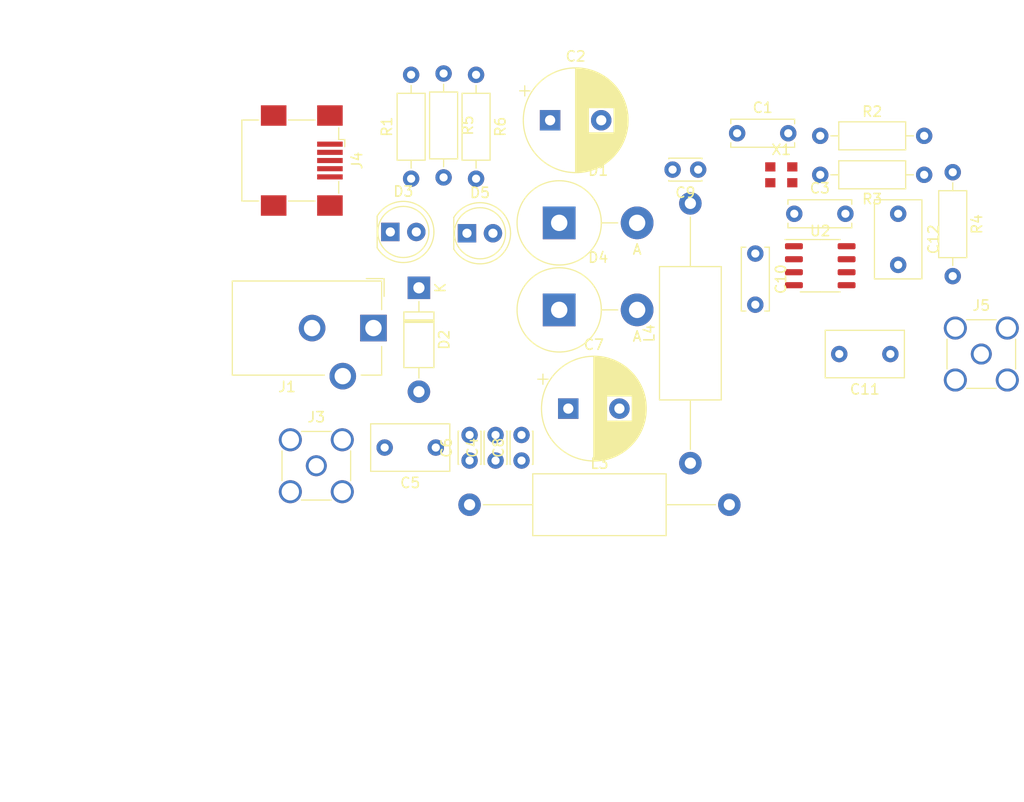
<source format=kicad_pcb>
(kicad_pcb (version 20171130) (host pcbnew "(5.1.6)-1")

  (general
    (thickness 1.6)
    (drawings 2)
    (tracks 0)
    (zones 0)
    (modules 31)
    (nets 22)
  )

  (page A4)
  (layers
    (0 F.Cu signal)
    (31 B.Cu signal)
    (32 B.Adhes user)
    (33 F.Adhes user)
    (34 B.Paste user)
    (35 F.Paste user)
    (36 B.SilkS user)
    (37 F.SilkS user)
    (38 B.Mask user)
    (39 F.Mask user)
    (40 Dwgs.User user)
    (41 Cmts.User user)
    (42 Eco1.User user)
    (43 Eco2.User user)
    (44 Edge.Cuts user)
    (45 Margin user)
    (46 B.CrtYd user)
    (47 F.CrtYd user)
    (48 B.Fab user)
    (49 F.Fab user)
  )

  (setup
    (last_trace_width 0.25)
    (trace_clearance 0.2)
    (zone_clearance 0.508)
    (zone_45_only no)
    (trace_min 0.2)
    (via_size 0.8)
    (via_drill 0.4)
    (via_min_size 0.4)
    (via_min_drill 0.3)
    (uvia_size 0.3)
    (uvia_drill 0.1)
    (uvias_allowed no)
    (uvia_min_size 0.2)
    (uvia_min_drill 0.1)
    (edge_width 0.05)
    (segment_width 0.2)
    (pcb_text_width 0.3)
    (pcb_text_size 1.5 1.5)
    (mod_edge_width 0.12)
    (mod_text_size 1 1)
    (mod_text_width 0.15)
    (pad_size 1.524 1.524)
    (pad_drill 0.762)
    (pad_to_mask_clearance 0.05)
    (aux_axis_origin 0 0)
    (visible_elements 7FFFFFFF)
    (pcbplotparams
      (layerselection 0x010fc_ffffffff)
      (usegerberextensions false)
      (usegerberattributes true)
      (usegerberadvancedattributes true)
      (creategerberjobfile true)
      (excludeedgelayer true)
      (linewidth 0.100000)
      (plotframeref false)
      (viasonmask false)
      (mode 1)
      (useauxorigin false)
      (hpglpennumber 1)
      (hpglpenspeed 20)
      (hpglpendiameter 15.000000)
      (psnegative false)
      (psa4output false)
      (plotreference true)
      (plotvalue true)
      (plotinvisibletext false)
      (padsonsilk false)
      (subtractmaskfromsilk false)
      (outputformat 1)
      (mirror false)
      (drillshape 1)
      (scaleselection 1)
      (outputdirectory ""))
  )

  (net 0 "")
  (net 1 +3V3)
  (net 2 GND)
  (net 3 +5V)
  (net 4 "Net-(C4-Pad1)")
  (net 5 "Net-(C5-Pad1)")
  (net 6 "Net-(C5-Pad2)")
  (net 7 "Net-(C9-Pad1)")
  (net 8 "Net-(C10-Pad1)")
  (net 9 "Net-(C11-Pad2)")
  (net 10 "Net-(C11-Pad1)")
  (net 11 "Net-(C12-Pad1)")
  (net 12 "Net-(C12-Pad2)")
  (net 13 "Net-(D2-Pad2)")
  (net 14 "Net-(D3-Pad1)")
  (net 15 "Net-(D5-Pad1)")
  (net 16 "Net-(J4-Pad2)")
  (net 17 "Net-(J4-Pad3)")
  (net 18 "Net-(J4-Pad4)")
  (net 19 "Net-(R2-Pad1)")
  (net 20 "Net-(U2-Pad5)")
  (net 21 "Net-(U2-Pad6)")

  (net_class Default "This is the default net class."
    (clearance 0.2)
    (trace_width 0.25)
    (via_dia 0.8)
    (via_drill 0.4)
    (uvia_dia 0.3)
    (uvia_drill 0.1)
    (add_net +3V3)
    (add_net +5V)
    (add_net GND)
    (add_net "Net-(C10-Pad1)")
    (add_net "Net-(C11-Pad1)")
    (add_net "Net-(C11-Pad2)")
    (add_net "Net-(C12-Pad1)")
    (add_net "Net-(C12-Pad2)")
    (add_net "Net-(C4-Pad1)")
    (add_net "Net-(C5-Pad1)")
    (add_net "Net-(C5-Pad2)")
    (add_net "Net-(C9-Pad1)")
    (add_net "Net-(D2-Pad2)")
    (add_net "Net-(D3-Pad1)")
    (add_net "Net-(D5-Pad1)")
    (add_net "Net-(J4-Pad2)")
    (add_net "Net-(J4-Pad3)")
    (add_net "Net-(J4-Pad4)")
    (add_net "Net-(R2-Pad1)")
    (add_net "Net-(U2-Pad5)")
    (add_net "Net-(U2-Pad6)")
  )

  (module Capacitor_THT:C_Disc_D6.0mm_W2.5mm_P5.00mm (layer F.Cu) (tedit 5AE50EF0) (tstamp 5F3B7605)
    (at 136.652 103.886)
    (descr "C, Disc series, Radial, pin pitch=5.00mm, , diameter*width=6*2.5mm^2, Capacitor, http://cdn-reichelt.de/documents/datenblatt/B300/DS_KERKO_TC.pdf")
    (tags "C Disc series Radial pin pitch 5.00mm  diameter 6mm width 2.5mm Capacitor")
    (path /5F5F213E)
    (fp_text reference C1 (at 2.5 -2.5) (layer F.SilkS)
      (effects (font (size 1 1) (thickness 0.15)))
    )
    (fp_text value 100nF (at 2.5 2.5) (layer F.Fab)
      (effects (font (size 1 1) (thickness 0.15)))
    )
    (fp_line (start -0.5 -1.25) (end -0.5 1.25) (layer F.Fab) (width 0.1))
    (fp_line (start -0.5 1.25) (end 5.5 1.25) (layer F.Fab) (width 0.1))
    (fp_line (start 5.5 1.25) (end 5.5 -1.25) (layer F.Fab) (width 0.1))
    (fp_line (start 5.5 -1.25) (end -0.5 -1.25) (layer F.Fab) (width 0.1))
    (fp_line (start -0.62 -1.37) (end 5.62 -1.37) (layer F.SilkS) (width 0.12))
    (fp_line (start -0.62 1.37) (end 5.62 1.37) (layer F.SilkS) (width 0.12))
    (fp_line (start -0.62 -1.37) (end -0.62 -0.925) (layer F.SilkS) (width 0.12))
    (fp_line (start -0.62 0.925) (end -0.62 1.37) (layer F.SilkS) (width 0.12))
    (fp_line (start 5.62 -1.37) (end 5.62 -0.925) (layer F.SilkS) (width 0.12))
    (fp_line (start 5.62 0.925) (end 5.62 1.37) (layer F.SilkS) (width 0.12))
    (fp_line (start -1.05 -1.5) (end -1.05 1.5) (layer F.CrtYd) (width 0.05))
    (fp_line (start -1.05 1.5) (end 6.05 1.5) (layer F.CrtYd) (width 0.05))
    (fp_line (start 6.05 1.5) (end 6.05 -1.5) (layer F.CrtYd) (width 0.05))
    (fp_line (start 6.05 -1.5) (end -1.05 -1.5) (layer F.CrtYd) (width 0.05))
    (fp_text user %R (at 2.5 0) (layer F.Fab)
      (effects (font (size 1 1) (thickness 0.15)))
    )
    (pad 1 thru_hole circle (at 0 0) (size 1.6 1.6) (drill 0.8) (layers *.Cu *.Mask)
      (net 1 +3V3))
    (pad 2 thru_hole circle (at 5 0) (size 1.6 1.6) (drill 0.8) (layers *.Cu *.Mask)
      (net 2 GND))
    (model ${KISYS3DMOD}/Capacitor_THT.3dshapes/C_Disc_D6.0mm_W2.5mm_P5.00mm.wrl
      (at (xyz 0 0 0))
      (scale (xyz 1 1 1))
      (rotate (xyz 0 0 0))
    )
  )

  (module Capacitor_THT:CP_Radial_D10.0mm_P5.00mm (layer F.Cu) (tedit 5AE50EF1) (tstamp 5F3B76D1)
    (at 118.364 102.616)
    (descr "CP, Radial series, Radial, pin pitch=5.00mm, , diameter=10mm, Electrolytic Capacitor")
    (tags "CP Radial series Radial pin pitch 5.00mm  diameter 10mm Electrolytic Capacitor")
    (path /5F371109)
    (fp_text reference C2 (at 2.5 -6.25) (layer F.SilkS)
      (effects (font (size 1 1) (thickness 0.15)))
    )
    (fp_text value 220uF (at 2.5 6.25) (layer F.Fab)
      (effects (font (size 1 1) (thickness 0.15)))
    )
    (fp_circle (center 2.5 0) (end 7.5 0) (layer F.Fab) (width 0.1))
    (fp_circle (center 2.5 0) (end 7.62 0) (layer F.SilkS) (width 0.12))
    (fp_circle (center 2.5 0) (end 7.75 0) (layer F.CrtYd) (width 0.05))
    (fp_line (start -1.788861 -2.1875) (end -0.788861 -2.1875) (layer F.Fab) (width 0.1))
    (fp_line (start -1.288861 -2.6875) (end -1.288861 -1.6875) (layer F.Fab) (width 0.1))
    (fp_line (start 2.5 -5.08) (end 2.5 5.08) (layer F.SilkS) (width 0.12))
    (fp_line (start 2.54 -5.08) (end 2.54 5.08) (layer F.SilkS) (width 0.12))
    (fp_line (start 2.58 -5.08) (end 2.58 5.08) (layer F.SilkS) (width 0.12))
    (fp_line (start 2.62 -5.079) (end 2.62 5.079) (layer F.SilkS) (width 0.12))
    (fp_line (start 2.66 -5.078) (end 2.66 5.078) (layer F.SilkS) (width 0.12))
    (fp_line (start 2.7 -5.077) (end 2.7 5.077) (layer F.SilkS) (width 0.12))
    (fp_line (start 2.74 -5.075) (end 2.74 5.075) (layer F.SilkS) (width 0.12))
    (fp_line (start 2.78 -5.073) (end 2.78 5.073) (layer F.SilkS) (width 0.12))
    (fp_line (start 2.82 -5.07) (end 2.82 5.07) (layer F.SilkS) (width 0.12))
    (fp_line (start 2.86 -5.068) (end 2.86 5.068) (layer F.SilkS) (width 0.12))
    (fp_line (start 2.9 -5.065) (end 2.9 5.065) (layer F.SilkS) (width 0.12))
    (fp_line (start 2.94 -5.062) (end 2.94 5.062) (layer F.SilkS) (width 0.12))
    (fp_line (start 2.98 -5.058) (end 2.98 5.058) (layer F.SilkS) (width 0.12))
    (fp_line (start 3.02 -5.054) (end 3.02 5.054) (layer F.SilkS) (width 0.12))
    (fp_line (start 3.06 -5.05) (end 3.06 5.05) (layer F.SilkS) (width 0.12))
    (fp_line (start 3.1 -5.045) (end 3.1 5.045) (layer F.SilkS) (width 0.12))
    (fp_line (start 3.14 -5.04) (end 3.14 5.04) (layer F.SilkS) (width 0.12))
    (fp_line (start 3.18 -5.035) (end 3.18 5.035) (layer F.SilkS) (width 0.12))
    (fp_line (start 3.221 -5.03) (end 3.221 5.03) (layer F.SilkS) (width 0.12))
    (fp_line (start 3.261 -5.024) (end 3.261 5.024) (layer F.SilkS) (width 0.12))
    (fp_line (start 3.301 -5.018) (end 3.301 5.018) (layer F.SilkS) (width 0.12))
    (fp_line (start 3.341 -5.011) (end 3.341 5.011) (layer F.SilkS) (width 0.12))
    (fp_line (start 3.381 -5.004) (end 3.381 5.004) (layer F.SilkS) (width 0.12))
    (fp_line (start 3.421 -4.997) (end 3.421 4.997) (layer F.SilkS) (width 0.12))
    (fp_line (start 3.461 -4.99) (end 3.461 4.99) (layer F.SilkS) (width 0.12))
    (fp_line (start 3.501 -4.982) (end 3.501 4.982) (layer F.SilkS) (width 0.12))
    (fp_line (start 3.541 -4.974) (end 3.541 4.974) (layer F.SilkS) (width 0.12))
    (fp_line (start 3.581 -4.965) (end 3.581 4.965) (layer F.SilkS) (width 0.12))
    (fp_line (start 3.621 -4.956) (end 3.621 4.956) (layer F.SilkS) (width 0.12))
    (fp_line (start 3.661 -4.947) (end 3.661 4.947) (layer F.SilkS) (width 0.12))
    (fp_line (start 3.701 -4.938) (end 3.701 4.938) (layer F.SilkS) (width 0.12))
    (fp_line (start 3.741 -4.928) (end 3.741 4.928) (layer F.SilkS) (width 0.12))
    (fp_line (start 3.781 -4.918) (end 3.781 -1.241) (layer F.SilkS) (width 0.12))
    (fp_line (start 3.781 1.241) (end 3.781 4.918) (layer F.SilkS) (width 0.12))
    (fp_line (start 3.821 -4.907) (end 3.821 -1.241) (layer F.SilkS) (width 0.12))
    (fp_line (start 3.821 1.241) (end 3.821 4.907) (layer F.SilkS) (width 0.12))
    (fp_line (start 3.861 -4.897) (end 3.861 -1.241) (layer F.SilkS) (width 0.12))
    (fp_line (start 3.861 1.241) (end 3.861 4.897) (layer F.SilkS) (width 0.12))
    (fp_line (start 3.901 -4.885) (end 3.901 -1.241) (layer F.SilkS) (width 0.12))
    (fp_line (start 3.901 1.241) (end 3.901 4.885) (layer F.SilkS) (width 0.12))
    (fp_line (start 3.941 -4.874) (end 3.941 -1.241) (layer F.SilkS) (width 0.12))
    (fp_line (start 3.941 1.241) (end 3.941 4.874) (layer F.SilkS) (width 0.12))
    (fp_line (start 3.981 -4.862) (end 3.981 -1.241) (layer F.SilkS) (width 0.12))
    (fp_line (start 3.981 1.241) (end 3.981 4.862) (layer F.SilkS) (width 0.12))
    (fp_line (start 4.021 -4.85) (end 4.021 -1.241) (layer F.SilkS) (width 0.12))
    (fp_line (start 4.021 1.241) (end 4.021 4.85) (layer F.SilkS) (width 0.12))
    (fp_line (start 4.061 -4.837) (end 4.061 -1.241) (layer F.SilkS) (width 0.12))
    (fp_line (start 4.061 1.241) (end 4.061 4.837) (layer F.SilkS) (width 0.12))
    (fp_line (start 4.101 -4.824) (end 4.101 -1.241) (layer F.SilkS) (width 0.12))
    (fp_line (start 4.101 1.241) (end 4.101 4.824) (layer F.SilkS) (width 0.12))
    (fp_line (start 4.141 -4.811) (end 4.141 -1.241) (layer F.SilkS) (width 0.12))
    (fp_line (start 4.141 1.241) (end 4.141 4.811) (layer F.SilkS) (width 0.12))
    (fp_line (start 4.181 -4.797) (end 4.181 -1.241) (layer F.SilkS) (width 0.12))
    (fp_line (start 4.181 1.241) (end 4.181 4.797) (layer F.SilkS) (width 0.12))
    (fp_line (start 4.221 -4.783) (end 4.221 -1.241) (layer F.SilkS) (width 0.12))
    (fp_line (start 4.221 1.241) (end 4.221 4.783) (layer F.SilkS) (width 0.12))
    (fp_line (start 4.261 -4.768) (end 4.261 -1.241) (layer F.SilkS) (width 0.12))
    (fp_line (start 4.261 1.241) (end 4.261 4.768) (layer F.SilkS) (width 0.12))
    (fp_line (start 4.301 -4.754) (end 4.301 -1.241) (layer F.SilkS) (width 0.12))
    (fp_line (start 4.301 1.241) (end 4.301 4.754) (layer F.SilkS) (width 0.12))
    (fp_line (start 4.341 -4.738) (end 4.341 -1.241) (layer F.SilkS) (width 0.12))
    (fp_line (start 4.341 1.241) (end 4.341 4.738) (layer F.SilkS) (width 0.12))
    (fp_line (start 4.381 -4.723) (end 4.381 -1.241) (layer F.SilkS) (width 0.12))
    (fp_line (start 4.381 1.241) (end 4.381 4.723) (layer F.SilkS) (width 0.12))
    (fp_line (start 4.421 -4.707) (end 4.421 -1.241) (layer F.SilkS) (width 0.12))
    (fp_line (start 4.421 1.241) (end 4.421 4.707) (layer F.SilkS) (width 0.12))
    (fp_line (start 4.461 -4.69) (end 4.461 -1.241) (layer F.SilkS) (width 0.12))
    (fp_line (start 4.461 1.241) (end 4.461 4.69) (layer F.SilkS) (width 0.12))
    (fp_line (start 4.501 -4.674) (end 4.501 -1.241) (layer F.SilkS) (width 0.12))
    (fp_line (start 4.501 1.241) (end 4.501 4.674) (layer F.SilkS) (width 0.12))
    (fp_line (start 4.541 -4.657) (end 4.541 -1.241) (layer F.SilkS) (width 0.12))
    (fp_line (start 4.541 1.241) (end 4.541 4.657) (layer F.SilkS) (width 0.12))
    (fp_line (start 4.581 -4.639) (end 4.581 -1.241) (layer F.SilkS) (width 0.12))
    (fp_line (start 4.581 1.241) (end 4.581 4.639) (layer F.SilkS) (width 0.12))
    (fp_line (start 4.621 -4.621) (end 4.621 -1.241) (layer F.SilkS) (width 0.12))
    (fp_line (start 4.621 1.241) (end 4.621 4.621) (layer F.SilkS) (width 0.12))
    (fp_line (start 4.661 -4.603) (end 4.661 -1.241) (layer F.SilkS) (width 0.12))
    (fp_line (start 4.661 1.241) (end 4.661 4.603) (layer F.SilkS) (width 0.12))
    (fp_line (start 4.701 -4.584) (end 4.701 -1.241) (layer F.SilkS) (width 0.12))
    (fp_line (start 4.701 1.241) (end 4.701 4.584) (layer F.SilkS) (width 0.12))
    (fp_line (start 4.741 -4.564) (end 4.741 -1.241) (layer F.SilkS) (width 0.12))
    (fp_line (start 4.741 1.241) (end 4.741 4.564) (layer F.SilkS) (width 0.12))
    (fp_line (start 4.781 -4.545) (end 4.781 -1.241) (layer F.SilkS) (width 0.12))
    (fp_line (start 4.781 1.241) (end 4.781 4.545) (layer F.SilkS) (width 0.12))
    (fp_line (start 4.821 -4.525) (end 4.821 -1.241) (layer F.SilkS) (width 0.12))
    (fp_line (start 4.821 1.241) (end 4.821 4.525) (layer F.SilkS) (width 0.12))
    (fp_line (start 4.861 -4.504) (end 4.861 -1.241) (layer F.SilkS) (width 0.12))
    (fp_line (start 4.861 1.241) (end 4.861 4.504) (layer F.SilkS) (width 0.12))
    (fp_line (start 4.901 -4.483) (end 4.901 -1.241) (layer F.SilkS) (width 0.12))
    (fp_line (start 4.901 1.241) (end 4.901 4.483) (layer F.SilkS) (width 0.12))
    (fp_line (start 4.941 -4.462) (end 4.941 -1.241) (layer F.SilkS) (width 0.12))
    (fp_line (start 4.941 1.241) (end 4.941 4.462) (layer F.SilkS) (width 0.12))
    (fp_line (start 4.981 -4.44) (end 4.981 -1.241) (layer F.SilkS) (width 0.12))
    (fp_line (start 4.981 1.241) (end 4.981 4.44) (layer F.SilkS) (width 0.12))
    (fp_line (start 5.021 -4.417) (end 5.021 -1.241) (layer F.SilkS) (width 0.12))
    (fp_line (start 5.021 1.241) (end 5.021 4.417) (layer F.SilkS) (width 0.12))
    (fp_line (start 5.061 -4.395) (end 5.061 -1.241) (layer F.SilkS) (width 0.12))
    (fp_line (start 5.061 1.241) (end 5.061 4.395) (layer F.SilkS) (width 0.12))
    (fp_line (start 5.101 -4.371) (end 5.101 -1.241) (layer F.SilkS) (width 0.12))
    (fp_line (start 5.101 1.241) (end 5.101 4.371) (layer F.SilkS) (width 0.12))
    (fp_line (start 5.141 -4.347) (end 5.141 -1.241) (layer F.SilkS) (width 0.12))
    (fp_line (start 5.141 1.241) (end 5.141 4.347) (layer F.SilkS) (width 0.12))
    (fp_line (start 5.181 -4.323) (end 5.181 -1.241) (layer F.SilkS) (width 0.12))
    (fp_line (start 5.181 1.241) (end 5.181 4.323) (layer F.SilkS) (width 0.12))
    (fp_line (start 5.221 -4.298) (end 5.221 -1.241) (layer F.SilkS) (width 0.12))
    (fp_line (start 5.221 1.241) (end 5.221 4.298) (layer F.SilkS) (width 0.12))
    (fp_line (start 5.261 -4.273) (end 5.261 -1.241) (layer F.SilkS) (width 0.12))
    (fp_line (start 5.261 1.241) (end 5.261 4.273) (layer F.SilkS) (width 0.12))
    (fp_line (start 5.301 -4.247) (end 5.301 -1.241) (layer F.SilkS) (width 0.12))
    (fp_line (start 5.301 1.241) (end 5.301 4.247) (layer F.SilkS) (width 0.12))
    (fp_line (start 5.341 -4.221) (end 5.341 -1.241) (layer F.SilkS) (width 0.12))
    (fp_line (start 5.341 1.241) (end 5.341 4.221) (layer F.SilkS) (width 0.12))
    (fp_line (start 5.381 -4.194) (end 5.381 -1.241) (layer F.SilkS) (width 0.12))
    (fp_line (start 5.381 1.241) (end 5.381 4.194) (layer F.SilkS) (width 0.12))
    (fp_line (start 5.421 -4.166) (end 5.421 -1.241) (layer F.SilkS) (width 0.12))
    (fp_line (start 5.421 1.241) (end 5.421 4.166) (layer F.SilkS) (width 0.12))
    (fp_line (start 5.461 -4.138) (end 5.461 -1.241) (layer F.SilkS) (width 0.12))
    (fp_line (start 5.461 1.241) (end 5.461 4.138) (layer F.SilkS) (width 0.12))
    (fp_line (start 5.501 -4.11) (end 5.501 -1.241) (layer F.SilkS) (width 0.12))
    (fp_line (start 5.501 1.241) (end 5.501 4.11) (layer F.SilkS) (width 0.12))
    (fp_line (start 5.541 -4.08) (end 5.541 -1.241) (layer F.SilkS) (width 0.12))
    (fp_line (start 5.541 1.241) (end 5.541 4.08) (layer F.SilkS) (width 0.12))
    (fp_line (start 5.581 -4.05) (end 5.581 -1.241) (layer F.SilkS) (width 0.12))
    (fp_line (start 5.581 1.241) (end 5.581 4.05) (layer F.SilkS) (width 0.12))
    (fp_line (start 5.621 -4.02) (end 5.621 -1.241) (layer F.SilkS) (width 0.12))
    (fp_line (start 5.621 1.241) (end 5.621 4.02) (layer F.SilkS) (width 0.12))
    (fp_line (start 5.661 -3.989) (end 5.661 -1.241) (layer F.SilkS) (width 0.12))
    (fp_line (start 5.661 1.241) (end 5.661 3.989) (layer F.SilkS) (width 0.12))
    (fp_line (start 5.701 -3.957) (end 5.701 -1.241) (layer F.SilkS) (width 0.12))
    (fp_line (start 5.701 1.241) (end 5.701 3.957) (layer F.SilkS) (width 0.12))
    (fp_line (start 5.741 -3.925) (end 5.741 -1.241) (layer F.SilkS) (width 0.12))
    (fp_line (start 5.741 1.241) (end 5.741 3.925) (layer F.SilkS) (width 0.12))
    (fp_line (start 5.781 -3.892) (end 5.781 -1.241) (layer F.SilkS) (width 0.12))
    (fp_line (start 5.781 1.241) (end 5.781 3.892) (layer F.SilkS) (width 0.12))
    (fp_line (start 5.821 -3.858) (end 5.821 -1.241) (layer F.SilkS) (width 0.12))
    (fp_line (start 5.821 1.241) (end 5.821 3.858) (layer F.SilkS) (width 0.12))
    (fp_line (start 5.861 -3.824) (end 5.861 -1.241) (layer F.SilkS) (width 0.12))
    (fp_line (start 5.861 1.241) (end 5.861 3.824) (layer F.SilkS) (width 0.12))
    (fp_line (start 5.901 -3.789) (end 5.901 -1.241) (layer F.SilkS) (width 0.12))
    (fp_line (start 5.901 1.241) (end 5.901 3.789) (layer F.SilkS) (width 0.12))
    (fp_line (start 5.941 -3.753) (end 5.941 -1.241) (layer F.SilkS) (width 0.12))
    (fp_line (start 5.941 1.241) (end 5.941 3.753) (layer F.SilkS) (width 0.12))
    (fp_line (start 5.981 -3.716) (end 5.981 -1.241) (layer F.SilkS) (width 0.12))
    (fp_line (start 5.981 1.241) (end 5.981 3.716) (layer F.SilkS) (width 0.12))
    (fp_line (start 6.021 -3.679) (end 6.021 -1.241) (layer F.SilkS) (width 0.12))
    (fp_line (start 6.021 1.241) (end 6.021 3.679) (layer F.SilkS) (width 0.12))
    (fp_line (start 6.061 -3.64) (end 6.061 -1.241) (layer F.SilkS) (width 0.12))
    (fp_line (start 6.061 1.241) (end 6.061 3.64) (layer F.SilkS) (width 0.12))
    (fp_line (start 6.101 -3.601) (end 6.101 -1.241) (layer F.SilkS) (width 0.12))
    (fp_line (start 6.101 1.241) (end 6.101 3.601) (layer F.SilkS) (width 0.12))
    (fp_line (start 6.141 -3.561) (end 6.141 -1.241) (layer F.SilkS) (width 0.12))
    (fp_line (start 6.141 1.241) (end 6.141 3.561) (layer F.SilkS) (width 0.12))
    (fp_line (start 6.181 -3.52) (end 6.181 -1.241) (layer F.SilkS) (width 0.12))
    (fp_line (start 6.181 1.241) (end 6.181 3.52) (layer F.SilkS) (width 0.12))
    (fp_line (start 6.221 -3.478) (end 6.221 -1.241) (layer F.SilkS) (width 0.12))
    (fp_line (start 6.221 1.241) (end 6.221 3.478) (layer F.SilkS) (width 0.12))
    (fp_line (start 6.261 -3.436) (end 6.261 3.436) (layer F.SilkS) (width 0.12))
    (fp_line (start 6.301 -3.392) (end 6.301 3.392) (layer F.SilkS) (width 0.12))
    (fp_line (start 6.341 -3.347) (end 6.341 3.347) (layer F.SilkS) (width 0.12))
    (fp_line (start 6.381 -3.301) (end 6.381 3.301) (layer F.SilkS) (width 0.12))
    (fp_line (start 6.421 -3.254) (end 6.421 3.254) (layer F.SilkS) (width 0.12))
    (fp_line (start 6.461 -3.206) (end 6.461 3.206) (layer F.SilkS) (width 0.12))
    (fp_line (start 6.501 -3.156) (end 6.501 3.156) (layer F.SilkS) (width 0.12))
    (fp_line (start 6.541 -3.106) (end 6.541 3.106) (layer F.SilkS) (width 0.12))
    (fp_line (start 6.581 -3.054) (end 6.581 3.054) (layer F.SilkS) (width 0.12))
    (fp_line (start 6.621 -3) (end 6.621 3) (layer F.SilkS) (width 0.12))
    (fp_line (start 6.661 -2.945) (end 6.661 2.945) (layer F.SilkS) (width 0.12))
    (fp_line (start 6.701 -2.889) (end 6.701 2.889) (layer F.SilkS) (width 0.12))
    (fp_line (start 6.741 -2.83) (end 6.741 2.83) (layer F.SilkS) (width 0.12))
    (fp_line (start 6.781 -2.77) (end 6.781 2.77) (layer F.SilkS) (width 0.12))
    (fp_line (start 6.821 -2.709) (end 6.821 2.709) (layer F.SilkS) (width 0.12))
    (fp_line (start 6.861 -2.645) (end 6.861 2.645) (layer F.SilkS) (width 0.12))
    (fp_line (start 6.901 -2.579) (end 6.901 2.579) (layer F.SilkS) (width 0.12))
    (fp_line (start 6.941 -2.51) (end 6.941 2.51) (layer F.SilkS) (width 0.12))
    (fp_line (start 6.981 -2.439) (end 6.981 2.439) (layer F.SilkS) (width 0.12))
    (fp_line (start 7.021 -2.365) (end 7.021 2.365) (layer F.SilkS) (width 0.12))
    (fp_line (start 7.061 -2.289) (end 7.061 2.289) (layer F.SilkS) (width 0.12))
    (fp_line (start 7.101 -2.209) (end 7.101 2.209) (layer F.SilkS) (width 0.12))
    (fp_line (start 7.141 -2.125) (end 7.141 2.125) (layer F.SilkS) (width 0.12))
    (fp_line (start 7.181 -2.037) (end 7.181 2.037) (layer F.SilkS) (width 0.12))
    (fp_line (start 7.221 -1.944) (end 7.221 1.944) (layer F.SilkS) (width 0.12))
    (fp_line (start 7.261 -1.846) (end 7.261 1.846) (layer F.SilkS) (width 0.12))
    (fp_line (start 7.301 -1.742) (end 7.301 1.742) (layer F.SilkS) (width 0.12))
    (fp_line (start 7.341 -1.63) (end 7.341 1.63) (layer F.SilkS) (width 0.12))
    (fp_line (start 7.381 -1.51) (end 7.381 1.51) (layer F.SilkS) (width 0.12))
    (fp_line (start 7.421 -1.378) (end 7.421 1.378) (layer F.SilkS) (width 0.12))
    (fp_line (start 7.461 -1.23) (end 7.461 1.23) (layer F.SilkS) (width 0.12))
    (fp_line (start 7.501 -1.062) (end 7.501 1.062) (layer F.SilkS) (width 0.12))
    (fp_line (start 7.541 -0.862) (end 7.541 0.862) (layer F.SilkS) (width 0.12))
    (fp_line (start 7.581 -0.599) (end 7.581 0.599) (layer F.SilkS) (width 0.12))
    (fp_line (start -2.979646 -2.875) (end -1.979646 -2.875) (layer F.SilkS) (width 0.12))
    (fp_line (start -2.479646 -3.375) (end -2.479646 -2.375) (layer F.SilkS) (width 0.12))
    (fp_text user %R (at 2.5 0) (layer F.Fab)
      (effects (font (size 1 1) (thickness 0.15)))
    )
    (pad 1 thru_hole rect (at 0 0) (size 2 2) (drill 1) (layers *.Cu *.Mask)
      (net 1 +3V3))
    (pad 2 thru_hole circle (at 5 0) (size 2 2) (drill 1) (layers *.Cu *.Mask)
      (net 2 GND))
    (model ${KISYS3DMOD}/Capacitor_THT.3dshapes/CP_Radial_D10.0mm_P5.00mm.wrl
      (at (xyz 0 0 0))
      (scale (xyz 1 1 1))
      (rotate (xyz 0 0 0))
    )
  )

  (module Capacitor_THT:C_Disc_D6.0mm_W2.5mm_P5.00mm (layer F.Cu) (tedit 5AE50EF0) (tstamp 5F3B76E6)
    (at 142.24 111.76)
    (descr "C, Disc series, Radial, pin pitch=5.00mm, , diameter*width=6*2.5mm^2, Capacitor, http://cdn-reichelt.de/documents/datenblatt/B300/DS_KERKO_TC.pdf")
    (tags "C Disc series Radial pin pitch 5.00mm  diameter 6mm width 2.5mm Capacitor")
    (path /5F5E8819)
    (fp_text reference C3 (at 2.5 -2.5) (layer F.SilkS)
      (effects (font (size 1 1) (thickness 0.15)))
    )
    (fp_text value 100nF (at 2.5 2.5) (layer F.Fab)
      (effects (font (size 1 1) (thickness 0.15)))
    )
    (fp_line (start 6.05 -1.5) (end -1.05 -1.5) (layer F.CrtYd) (width 0.05))
    (fp_line (start 6.05 1.5) (end 6.05 -1.5) (layer F.CrtYd) (width 0.05))
    (fp_line (start -1.05 1.5) (end 6.05 1.5) (layer F.CrtYd) (width 0.05))
    (fp_line (start -1.05 -1.5) (end -1.05 1.5) (layer F.CrtYd) (width 0.05))
    (fp_line (start 5.62 0.925) (end 5.62 1.37) (layer F.SilkS) (width 0.12))
    (fp_line (start 5.62 -1.37) (end 5.62 -0.925) (layer F.SilkS) (width 0.12))
    (fp_line (start -0.62 0.925) (end -0.62 1.37) (layer F.SilkS) (width 0.12))
    (fp_line (start -0.62 -1.37) (end -0.62 -0.925) (layer F.SilkS) (width 0.12))
    (fp_line (start -0.62 1.37) (end 5.62 1.37) (layer F.SilkS) (width 0.12))
    (fp_line (start -0.62 -1.37) (end 5.62 -1.37) (layer F.SilkS) (width 0.12))
    (fp_line (start 5.5 -1.25) (end -0.5 -1.25) (layer F.Fab) (width 0.1))
    (fp_line (start 5.5 1.25) (end 5.5 -1.25) (layer F.Fab) (width 0.1))
    (fp_line (start -0.5 1.25) (end 5.5 1.25) (layer F.Fab) (width 0.1))
    (fp_line (start -0.5 -1.25) (end -0.5 1.25) (layer F.Fab) (width 0.1))
    (fp_text user %R (at 2.5 0) (layer F.Fab)
      (effects (font (size 1 1) (thickness 0.15)))
    )
    (pad 2 thru_hole circle (at 5 0) (size 1.6 1.6) (drill 0.8) (layers *.Cu *.Mask)
      (net 3 +5V))
    (pad 1 thru_hole circle (at 0 0) (size 1.6 1.6) (drill 0.8) (layers *.Cu *.Mask)
      (net 2 GND))
    (model ${KISYS3DMOD}/Capacitor_THT.3dshapes/C_Disc_D6.0mm_W2.5mm_P5.00mm.wrl
      (at (xyz 0 0 0))
      (scale (xyz 1 1 1))
      (rotate (xyz 0 0 0))
    )
  )

  (module Capacitor_THT:C_Disc_D3.0mm_W2.0mm_P2.50mm (layer F.Cu) (tedit 5AE50EF0) (tstamp 5F3B76FB)
    (at 113.03 135.89 90)
    (descr "C, Disc series, Radial, pin pitch=2.50mm, , diameter*width=3*2mm^2, Capacitor")
    (tags "C Disc series Radial pin pitch 2.50mm  diameter 3mm width 2mm Capacitor")
    (path /5F3DE93C)
    (fp_text reference C4 (at 1.25 -2.25 90) (layer F.SilkS)
      (effects (font (size 1 1) (thickness 0.15)))
    )
    (fp_text value 100pF (at 1.25 2.25 90) (layer F.Fab)
      (effects (font (size 1 1) (thickness 0.15)))
    )
    (fp_line (start 3.55 -1.25) (end -1.05 -1.25) (layer F.CrtYd) (width 0.05))
    (fp_line (start 3.55 1.25) (end 3.55 -1.25) (layer F.CrtYd) (width 0.05))
    (fp_line (start -1.05 1.25) (end 3.55 1.25) (layer F.CrtYd) (width 0.05))
    (fp_line (start -1.05 -1.25) (end -1.05 1.25) (layer F.CrtYd) (width 0.05))
    (fp_line (start 2.87 1.055) (end 2.87 1.12) (layer F.SilkS) (width 0.12))
    (fp_line (start 2.87 -1.12) (end 2.87 -1.055) (layer F.SilkS) (width 0.12))
    (fp_line (start -0.37 1.055) (end -0.37 1.12) (layer F.SilkS) (width 0.12))
    (fp_line (start -0.37 -1.12) (end -0.37 -1.055) (layer F.SilkS) (width 0.12))
    (fp_line (start -0.37 1.12) (end 2.87 1.12) (layer F.SilkS) (width 0.12))
    (fp_line (start -0.37 -1.12) (end 2.87 -1.12) (layer F.SilkS) (width 0.12))
    (fp_line (start 2.75 -1) (end -0.25 -1) (layer F.Fab) (width 0.1))
    (fp_line (start 2.75 1) (end 2.75 -1) (layer F.Fab) (width 0.1))
    (fp_line (start -0.25 1) (end 2.75 1) (layer F.Fab) (width 0.1))
    (fp_line (start -0.25 -1) (end -0.25 1) (layer F.Fab) (width 0.1))
    (fp_text user %R (at 1.25 0 90) (layer F.Fab)
      (effects (font (size 0.6 0.6) (thickness 0.09)))
    )
    (pad 2 thru_hole circle (at 2.5 0 90) (size 1.6 1.6) (drill 0.8) (layers *.Cu *.Mask)
      (net 2 GND))
    (pad 1 thru_hole circle (at 0 0 90) (size 1.6 1.6) (drill 0.8) (layers *.Cu *.Mask)
      (net 4 "Net-(C4-Pad1)"))
    (model ${KISYS3DMOD}/Capacitor_THT.3dshapes/C_Disc_D3.0mm_W2.0mm_P2.50mm.wrl
      (at (xyz 0 0 0))
      (scale (xyz 1 1 1))
      (rotate (xyz 0 0 0))
    )
  )

  (module Capacitor_THT:C_Disc_D7.5mm_W4.4mm_P5.00mm (layer F.Cu) (tedit 5AE50EF0) (tstamp 5F3BDBFF)
    (at 107.188 134.62 180)
    (descr "C, Disc series, Radial, pin pitch=5.00mm, , diameter*width=7.5*4.4mm^2, Capacitor")
    (tags "C Disc series Radial pin pitch 5.00mm  diameter 7.5mm width 4.4mm Capacitor")
    (path /5EF7D32B)
    (fp_text reference C5 (at 2.5 -3.45) (layer F.SilkS)
      (effects (font (size 1 1) (thickness 0.15)))
    )
    (fp_text value 220nF (at 2.5 3.45) (layer F.Fab)
      (effects (font (size 1 1) (thickness 0.15)))
    )
    (fp_line (start -1.25 -2.2) (end -1.25 2.2) (layer F.Fab) (width 0.1))
    (fp_line (start -1.25 2.2) (end 6.25 2.2) (layer F.Fab) (width 0.1))
    (fp_line (start 6.25 2.2) (end 6.25 -2.2) (layer F.Fab) (width 0.1))
    (fp_line (start 6.25 -2.2) (end -1.25 -2.2) (layer F.Fab) (width 0.1))
    (fp_line (start -1.37 -2.321) (end 6.37 -2.321) (layer F.SilkS) (width 0.12))
    (fp_line (start -1.37 2.321) (end 6.37 2.321) (layer F.SilkS) (width 0.12))
    (fp_line (start -1.37 -2.321) (end -1.37 2.321) (layer F.SilkS) (width 0.12))
    (fp_line (start 6.37 -2.321) (end 6.37 2.321) (layer F.SilkS) (width 0.12))
    (fp_line (start -1.5 -2.45) (end -1.5 2.45) (layer F.CrtYd) (width 0.05))
    (fp_line (start -1.5 2.45) (end 6.5 2.45) (layer F.CrtYd) (width 0.05))
    (fp_line (start 6.5 2.45) (end 6.5 -2.45) (layer F.CrtYd) (width 0.05))
    (fp_line (start 6.5 -2.45) (end -1.5 -2.45) (layer F.CrtYd) (width 0.05))
    (fp_text user %R (at 2.5 0) (layer F.Fab)
      (effects (font (size 1 1) (thickness 0.15)))
    )
    (pad 1 thru_hole circle (at 0 0 180) (size 1.6 1.6) (drill 0.8) (layers *.Cu *.Mask)
      (net 5 "Net-(C5-Pad1)"))
    (pad 2 thru_hole circle (at 5 0 180) (size 1.6 1.6) (drill 0.8) (layers *.Cu *.Mask)
      (net 6 "Net-(C5-Pad2)"))
    (model ${KISYS3DMOD}/Capacitor_THT.3dshapes/C_Disc_D7.5mm_W4.4mm_P5.00mm.wrl
      (at (xyz 0 0 0))
      (scale (xyz 1 1 1))
      (rotate (xyz 0 0 0))
    )
  )

  (module Capacitor_THT:C_Disc_D3.0mm_W2.0mm_P2.50mm (layer F.Cu) (tedit 5AE50EF0) (tstamp 5F3B8DB4)
    (at 110.49 135.89 90)
    (descr "C, Disc series, Radial, pin pitch=2.50mm, , diameter*width=3*2mm^2, Capacitor")
    (tags "C Disc series Radial pin pitch 2.50mm  diameter 3mm width 2mm Capacitor")
    (path /5EF7D2FF)
    (fp_text reference C6 (at 1.25 -2.25 90) (layer F.SilkS)
      (effects (font (size 1 1) (thickness 0.15)))
    )
    (fp_text value 100pF (at 1.25 2.25 90) (layer F.Fab)
      (effects (font (size 1 1) (thickness 0.15)))
    )
    (fp_line (start -0.25 -1) (end -0.25 1) (layer F.Fab) (width 0.1))
    (fp_line (start -0.25 1) (end 2.75 1) (layer F.Fab) (width 0.1))
    (fp_line (start 2.75 1) (end 2.75 -1) (layer F.Fab) (width 0.1))
    (fp_line (start 2.75 -1) (end -0.25 -1) (layer F.Fab) (width 0.1))
    (fp_line (start -0.37 -1.12) (end 2.87 -1.12) (layer F.SilkS) (width 0.12))
    (fp_line (start -0.37 1.12) (end 2.87 1.12) (layer F.SilkS) (width 0.12))
    (fp_line (start -0.37 -1.12) (end -0.37 -1.055) (layer F.SilkS) (width 0.12))
    (fp_line (start -0.37 1.055) (end -0.37 1.12) (layer F.SilkS) (width 0.12))
    (fp_line (start 2.87 -1.12) (end 2.87 -1.055) (layer F.SilkS) (width 0.12))
    (fp_line (start 2.87 1.055) (end 2.87 1.12) (layer F.SilkS) (width 0.12))
    (fp_line (start -1.05 -1.25) (end -1.05 1.25) (layer F.CrtYd) (width 0.05))
    (fp_line (start -1.05 1.25) (end 3.55 1.25) (layer F.CrtYd) (width 0.05))
    (fp_line (start 3.55 1.25) (end 3.55 -1.25) (layer F.CrtYd) (width 0.05))
    (fp_line (start 3.55 -1.25) (end -1.05 -1.25) (layer F.CrtYd) (width 0.05))
    (fp_text user %R (at 1.25 0 90) (layer F.Fab)
      (effects (font (size 0.6 0.6) (thickness 0.09)))
    )
    (pad 1 thru_hole circle (at 0 0 90) (size 1.6 1.6) (drill 0.8) (layers *.Cu *.Mask)
      (net 5 "Net-(C5-Pad1)"))
    (pad 2 thru_hole circle (at 2.5 0 90) (size 1.6 1.6) (drill 0.8) (layers *.Cu *.Mask)
      (net 2 GND))
    (model ${KISYS3DMOD}/Capacitor_THT.3dshapes/C_Disc_D3.0mm_W2.0mm_P2.50mm.wrl
      (at (xyz 0 0 0))
      (scale (xyz 1 1 1))
      (rotate (xyz 0 0 0))
    )
  )

  (module Capacitor_THT:CP_Radial_D10.0mm_P5.00mm (layer F.Cu) (tedit 5AE50EF1) (tstamp 5F3B77EF)
    (at 120.142 130.81)
    (descr "CP, Radial series, Radial, pin pitch=5.00mm, , diameter=10mm, Electrolytic Capacitor")
    (tags "CP Radial series Radial pin pitch 5.00mm  diameter 10mm Electrolytic Capacitor")
    (path /5EEB87E0)
    (fp_text reference C7 (at 2.5 -6.25) (layer F.SilkS)
      (effects (font (size 1 1) (thickness 0.15)))
    )
    (fp_text value 220uF (at 2.5 6.25) (layer F.Fab)
      (effects (font (size 1 1) (thickness 0.15)))
    )
    (fp_line (start -2.479646 -3.375) (end -2.479646 -2.375) (layer F.SilkS) (width 0.12))
    (fp_line (start -2.979646 -2.875) (end -1.979646 -2.875) (layer F.SilkS) (width 0.12))
    (fp_line (start 7.581 -0.599) (end 7.581 0.599) (layer F.SilkS) (width 0.12))
    (fp_line (start 7.541 -0.862) (end 7.541 0.862) (layer F.SilkS) (width 0.12))
    (fp_line (start 7.501 -1.062) (end 7.501 1.062) (layer F.SilkS) (width 0.12))
    (fp_line (start 7.461 -1.23) (end 7.461 1.23) (layer F.SilkS) (width 0.12))
    (fp_line (start 7.421 -1.378) (end 7.421 1.378) (layer F.SilkS) (width 0.12))
    (fp_line (start 7.381 -1.51) (end 7.381 1.51) (layer F.SilkS) (width 0.12))
    (fp_line (start 7.341 -1.63) (end 7.341 1.63) (layer F.SilkS) (width 0.12))
    (fp_line (start 7.301 -1.742) (end 7.301 1.742) (layer F.SilkS) (width 0.12))
    (fp_line (start 7.261 -1.846) (end 7.261 1.846) (layer F.SilkS) (width 0.12))
    (fp_line (start 7.221 -1.944) (end 7.221 1.944) (layer F.SilkS) (width 0.12))
    (fp_line (start 7.181 -2.037) (end 7.181 2.037) (layer F.SilkS) (width 0.12))
    (fp_line (start 7.141 -2.125) (end 7.141 2.125) (layer F.SilkS) (width 0.12))
    (fp_line (start 7.101 -2.209) (end 7.101 2.209) (layer F.SilkS) (width 0.12))
    (fp_line (start 7.061 -2.289) (end 7.061 2.289) (layer F.SilkS) (width 0.12))
    (fp_line (start 7.021 -2.365) (end 7.021 2.365) (layer F.SilkS) (width 0.12))
    (fp_line (start 6.981 -2.439) (end 6.981 2.439) (layer F.SilkS) (width 0.12))
    (fp_line (start 6.941 -2.51) (end 6.941 2.51) (layer F.SilkS) (width 0.12))
    (fp_line (start 6.901 -2.579) (end 6.901 2.579) (layer F.SilkS) (width 0.12))
    (fp_line (start 6.861 -2.645) (end 6.861 2.645) (layer F.SilkS) (width 0.12))
    (fp_line (start 6.821 -2.709) (end 6.821 2.709) (layer F.SilkS) (width 0.12))
    (fp_line (start 6.781 -2.77) (end 6.781 2.77) (layer F.SilkS) (width 0.12))
    (fp_line (start 6.741 -2.83) (end 6.741 2.83) (layer F.SilkS) (width 0.12))
    (fp_line (start 6.701 -2.889) (end 6.701 2.889) (layer F.SilkS) (width 0.12))
    (fp_line (start 6.661 -2.945) (end 6.661 2.945) (layer F.SilkS) (width 0.12))
    (fp_line (start 6.621 -3) (end 6.621 3) (layer F.SilkS) (width 0.12))
    (fp_line (start 6.581 -3.054) (end 6.581 3.054) (layer F.SilkS) (width 0.12))
    (fp_line (start 6.541 -3.106) (end 6.541 3.106) (layer F.SilkS) (width 0.12))
    (fp_line (start 6.501 -3.156) (end 6.501 3.156) (layer F.SilkS) (width 0.12))
    (fp_line (start 6.461 -3.206) (end 6.461 3.206) (layer F.SilkS) (width 0.12))
    (fp_line (start 6.421 -3.254) (end 6.421 3.254) (layer F.SilkS) (width 0.12))
    (fp_line (start 6.381 -3.301) (end 6.381 3.301) (layer F.SilkS) (width 0.12))
    (fp_line (start 6.341 -3.347) (end 6.341 3.347) (layer F.SilkS) (width 0.12))
    (fp_line (start 6.301 -3.392) (end 6.301 3.392) (layer F.SilkS) (width 0.12))
    (fp_line (start 6.261 -3.436) (end 6.261 3.436) (layer F.SilkS) (width 0.12))
    (fp_line (start 6.221 1.241) (end 6.221 3.478) (layer F.SilkS) (width 0.12))
    (fp_line (start 6.221 -3.478) (end 6.221 -1.241) (layer F.SilkS) (width 0.12))
    (fp_line (start 6.181 1.241) (end 6.181 3.52) (layer F.SilkS) (width 0.12))
    (fp_line (start 6.181 -3.52) (end 6.181 -1.241) (layer F.SilkS) (width 0.12))
    (fp_line (start 6.141 1.241) (end 6.141 3.561) (layer F.SilkS) (width 0.12))
    (fp_line (start 6.141 -3.561) (end 6.141 -1.241) (layer F.SilkS) (width 0.12))
    (fp_line (start 6.101 1.241) (end 6.101 3.601) (layer F.SilkS) (width 0.12))
    (fp_line (start 6.101 -3.601) (end 6.101 -1.241) (layer F.SilkS) (width 0.12))
    (fp_line (start 6.061 1.241) (end 6.061 3.64) (layer F.SilkS) (width 0.12))
    (fp_line (start 6.061 -3.64) (end 6.061 -1.241) (layer F.SilkS) (width 0.12))
    (fp_line (start 6.021 1.241) (end 6.021 3.679) (layer F.SilkS) (width 0.12))
    (fp_line (start 6.021 -3.679) (end 6.021 -1.241) (layer F.SilkS) (width 0.12))
    (fp_line (start 5.981 1.241) (end 5.981 3.716) (layer F.SilkS) (width 0.12))
    (fp_line (start 5.981 -3.716) (end 5.981 -1.241) (layer F.SilkS) (width 0.12))
    (fp_line (start 5.941 1.241) (end 5.941 3.753) (layer F.SilkS) (width 0.12))
    (fp_line (start 5.941 -3.753) (end 5.941 -1.241) (layer F.SilkS) (width 0.12))
    (fp_line (start 5.901 1.241) (end 5.901 3.789) (layer F.SilkS) (width 0.12))
    (fp_line (start 5.901 -3.789) (end 5.901 -1.241) (layer F.SilkS) (width 0.12))
    (fp_line (start 5.861 1.241) (end 5.861 3.824) (layer F.SilkS) (width 0.12))
    (fp_line (start 5.861 -3.824) (end 5.861 -1.241) (layer F.SilkS) (width 0.12))
    (fp_line (start 5.821 1.241) (end 5.821 3.858) (layer F.SilkS) (width 0.12))
    (fp_line (start 5.821 -3.858) (end 5.821 -1.241) (layer F.SilkS) (width 0.12))
    (fp_line (start 5.781 1.241) (end 5.781 3.892) (layer F.SilkS) (width 0.12))
    (fp_line (start 5.781 -3.892) (end 5.781 -1.241) (layer F.SilkS) (width 0.12))
    (fp_line (start 5.741 1.241) (end 5.741 3.925) (layer F.SilkS) (width 0.12))
    (fp_line (start 5.741 -3.925) (end 5.741 -1.241) (layer F.SilkS) (width 0.12))
    (fp_line (start 5.701 1.241) (end 5.701 3.957) (layer F.SilkS) (width 0.12))
    (fp_line (start 5.701 -3.957) (end 5.701 -1.241) (layer F.SilkS) (width 0.12))
    (fp_line (start 5.661 1.241) (end 5.661 3.989) (layer F.SilkS) (width 0.12))
    (fp_line (start 5.661 -3.989) (end 5.661 -1.241) (layer F.SilkS) (width 0.12))
    (fp_line (start 5.621 1.241) (end 5.621 4.02) (layer F.SilkS) (width 0.12))
    (fp_line (start 5.621 -4.02) (end 5.621 -1.241) (layer F.SilkS) (width 0.12))
    (fp_line (start 5.581 1.241) (end 5.581 4.05) (layer F.SilkS) (width 0.12))
    (fp_line (start 5.581 -4.05) (end 5.581 -1.241) (layer F.SilkS) (width 0.12))
    (fp_line (start 5.541 1.241) (end 5.541 4.08) (layer F.SilkS) (width 0.12))
    (fp_line (start 5.541 -4.08) (end 5.541 -1.241) (layer F.SilkS) (width 0.12))
    (fp_line (start 5.501 1.241) (end 5.501 4.11) (layer F.SilkS) (width 0.12))
    (fp_line (start 5.501 -4.11) (end 5.501 -1.241) (layer F.SilkS) (width 0.12))
    (fp_line (start 5.461 1.241) (end 5.461 4.138) (layer F.SilkS) (width 0.12))
    (fp_line (start 5.461 -4.138) (end 5.461 -1.241) (layer F.SilkS) (width 0.12))
    (fp_line (start 5.421 1.241) (end 5.421 4.166) (layer F.SilkS) (width 0.12))
    (fp_line (start 5.421 -4.166) (end 5.421 -1.241) (layer F.SilkS) (width 0.12))
    (fp_line (start 5.381 1.241) (end 5.381 4.194) (layer F.SilkS) (width 0.12))
    (fp_line (start 5.381 -4.194) (end 5.381 -1.241) (layer F.SilkS) (width 0.12))
    (fp_line (start 5.341 1.241) (end 5.341 4.221) (layer F.SilkS) (width 0.12))
    (fp_line (start 5.341 -4.221) (end 5.341 -1.241) (layer F.SilkS) (width 0.12))
    (fp_line (start 5.301 1.241) (end 5.301 4.247) (layer F.SilkS) (width 0.12))
    (fp_line (start 5.301 -4.247) (end 5.301 -1.241) (layer F.SilkS) (width 0.12))
    (fp_line (start 5.261 1.241) (end 5.261 4.273) (layer F.SilkS) (width 0.12))
    (fp_line (start 5.261 -4.273) (end 5.261 -1.241) (layer F.SilkS) (width 0.12))
    (fp_line (start 5.221 1.241) (end 5.221 4.298) (layer F.SilkS) (width 0.12))
    (fp_line (start 5.221 -4.298) (end 5.221 -1.241) (layer F.SilkS) (width 0.12))
    (fp_line (start 5.181 1.241) (end 5.181 4.323) (layer F.SilkS) (width 0.12))
    (fp_line (start 5.181 -4.323) (end 5.181 -1.241) (layer F.SilkS) (width 0.12))
    (fp_line (start 5.141 1.241) (end 5.141 4.347) (layer F.SilkS) (width 0.12))
    (fp_line (start 5.141 -4.347) (end 5.141 -1.241) (layer F.SilkS) (width 0.12))
    (fp_line (start 5.101 1.241) (end 5.101 4.371) (layer F.SilkS) (width 0.12))
    (fp_line (start 5.101 -4.371) (end 5.101 -1.241) (layer F.SilkS) (width 0.12))
    (fp_line (start 5.061 1.241) (end 5.061 4.395) (layer F.SilkS) (width 0.12))
    (fp_line (start 5.061 -4.395) (end 5.061 -1.241) (layer F.SilkS) (width 0.12))
    (fp_line (start 5.021 1.241) (end 5.021 4.417) (layer F.SilkS) (width 0.12))
    (fp_line (start 5.021 -4.417) (end 5.021 -1.241) (layer F.SilkS) (width 0.12))
    (fp_line (start 4.981 1.241) (end 4.981 4.44) (layer F.SilkS) (width 0.12))
    (fp_line (start 4.981 -4.44) (end 4.981 -1.241) (layer F.SilkS) (width 0.12))
    (fp_line (start 4.941 1.241) (end 4.941 4.462) (layer F.SilkS) (width 0.12))
    (fp_line (start 4.941 -4.462) (end 4.941 -1.241) (layer F.SilkS) (width 0.12))
    (fp_line (start 4.901 1.241) (end 4.901 4.483) (layer F.SilkS) (width 0.12))
    (fp_line (start 4.901 -4.483) (end 4.901 -1.241) (layer F.SilkS) (width 0.12))
    (fp_line (start 4.861 1.241) (end 4.861 4.504) (layer F.SilkS) (width 0.12))
    (fp_line (start 4.861 -4.504) (end 4.861 -1.241) (layer F.SilkS) (width 0.12))
    (fp_line (start 4.821 1.241) (end 4.821 4.525) (layer F.SilkS) (width 0.12))
    (fp_line (start 4.821 -4.525) (end 4.821 -1.241) (layer F.SilkS) (width 0.12))
    (fp_line (start 4.781 1.241) (end 4.781 4.545) (layer F.SilkS) (width 0.12))
    (fp_line (start 4.781 -4.545) (end 4.781 -1.241) (layer F.SilkS) (width 0.12))
    (fp_line (start 4.741 1.241) (end 4.741 4.564) (layer F.SilkS) (width 0.12))
    (fp_line (start 4.741 -4.564) (end 4.741 -1.241) (layer F.SilkS) (width 0.12))
    (fp_line (start 4.701 1.241) (end 4.701 4.584) (layer F.SilkS) (width 0.12))
    (fp_line (start 4.701 -4.584) (end 4.701 -1.241) (layer F.SilkS) (width 0.12))
    (fp_line (start 4.661 1.241) (end 4.661 4.603) (layer F.SilkS) (width 0.12))
    (fp_line (start 4.661 -4.603) (end 4.661 -1.241) (layer F.SilkS) (width 0.12))
    (fp_line (start 4.621 1.241) (end 4.621 4.621) (layer F.SilkS) (width 0.12))
    (fp_line (start 4.621 -4.621) (end 4.621 -1.241) (layer F.SilkS) (width 0.12))
    (fp_line (start 4.581 1.241) (end 4.581 4.639) (layer F.SilkS) (width 0.12))
    (fp_line (start 4.581 -4.639) (end 4.581 -1.241) (layer F.SilkS) (width 0.12))
    (fp_line (start 4.541 1.241) (end 4.541 4.657) (layer F.SilkS) (width 0.12))
    (fp_line (start 4.541 -4.657) (end 4.541 -1.241) (layer F.SilkS) (width 0.12))
    (fp_line (start 4.501 1.241) (end 4.501 4.674) (layer F.SilkS) (width 0.12))
    (fp_line (start 4.501 -4.674) (end 4.501 -1.241) (layer F.SilkS) (width 0.12))
    (fp_line (start 4.461 1.241) (end 4.461 4.69) (layer F.SilkS) (width 0.12))
    (fp_line (start 4.461 -4.69) (end 4.461 -1.241) (layer F.SilkS) (width 0.12))
    (fp_line (start 4.421 1.241) (end 4.421 4.707) (layer F.SilkS) (width 0.12))
    (fp_line (start 4.421 -4.707) (end 4.421 -1.241) (layer F.SilkS) (width 0.12))
    (fp_line (start 4.381 1.241) (end 4.381 4.723) (layer F.SilkS) (width 0.12))
    (fp_line (start 4.381 -4.723) (end 4.381 -1.241) (layer F.SilkS) (width 0.12))
    (fp_line (start 4.341 1.241) (end 4.341 4.738) (layer F.SilkS) (width 0.12))
    (fp_line (start 4.341 -4.738) (end 4.341 -1.241) (layer F.SilkS) (width 0.12))
    (fp_line (start 4.301 1.241) (end 4.301 4.754) (layer F.SilkS) (width 0.12))
    (fp_line (start 4.301 -4.754) (end 4.301 -1.241) (layer F.SilkS) (width 0.12))
    (fp_line (start 4.261 1.241) (end 4.261 4.768) (layer F.SilkS) (width 0.12))
    (fp_line (start 4.261 -4.768) (end 4.261 -1.241) (layer F.SilkS) (width 0.12))
    (fp_line (start 4.221 1.241) (end 4.221 4.783) (layer F.SilkS) (width 0.12))
    (fp_line (start 4.221 -4.783) (end 4.221 -1.241) (layer F.SilkS) (width 0.12))
    (fp_line (start 4.181 1.241) (end 4.181 4.797) (layer F.SilkS) (width 0.12))
    (fp_line (start 4.181 -4.797) (end 4.181 -1.241) (layer F.SilkS) (width 0.12))
    (fp_line (start 4.141 1.241) (end 4.141 4.811) (layer F.SilkS) (width 0.12))
    (fp_line (start 4.141 -4.811) (end 4.141 -1.241) (layer F.SilkS) (width 0.12))
    (fp_line (start 4.101 1.241) (end 4.101 4.824) (layer F.SilkS) (width 0.12))
    (fp_line (start 4.101 -4.824) (end 4.101 -1.241) (layer F.SilkS) (width 0.12))
    (fp_line (start 4.061 1.241) (end 4.061 4.837) (layer F.SilkS) (width 0.12))
    (fp_line (start 4.061 -4.837) (end 4.061 -1.241) (layer F.SilkS) (width 0.12))
    (fp_line (start 4.021 1.241) (end 4.021 4.85) (layer F.SilkS) (width 0.12))
    (fp_line (start 4.021 -4.85) (end 4.021 -1.241) (layer F.SilkS) (width 0.12))
    (fp_line (start 3.981 1.241) (end 3.981 4.862) (layer F.SilkS) (width 0.12))
    (fp_line (start 3.981 -4.862) (end 3.981 -1.241) (layer F.SilkS) (width 0.12))
    (fp_line (start 3.941 1.241) (end 3.941 4.874) (layer F.SilkS) (width 0.12))
    (fp_line (start 3.941 -4.874) (end 3.941 -1.241) (layer F.SilkS) (width 0.12))
    (fp_line (start 3.901 1.241) (end 3.901 4.885) (layer F.SilkS) (width 0.12))
    (fp_line (start 3.901 -4.885) (end 3.901 -1.241) (layer F.SilkS) (width 0.12))
    (fp_line (start 3.861 1.241) (end 3.861 4.897) (layer F.SilkS) (width 0.12))
    (fp_line (start 3.861 -4.897) (end 3.861 -1.241) (layer F.SilkS) (width 0.12))
    (fp_line (start 3.821 1.241) (end 3.821 4.907) (layer F.SilkS) (width 0.12))
    (fp_line (start 3.821 -4.907) (end 3.821 -1.241) (layer F.SilkS) (width 0.12))
    (fp_line (start 3.781 1.241) (end 3.781 4.918) (layer F.SilkS) (width 0.12))
    (fp_line (start 3.781 -4.918) (end 3.781 -1.241) (layer F.SilkS) (width 0.12))
    (fp_line (start 3.741 -4.928) (end 3.741 4.928) (layer F.SilkS) (width 0.12))
    (fp_line (start 3.701 -4.938) (end 3.701 4.938) (layer F.SilkS) (width 0.12))
    (fp_line (start 3.661 -4.947) (end 3.661 4.947) (layer F.SilkS) (width 0.12))
    (fp_line (start 3.621 -4.956) (end 3.621 4.956) (layer F.SilkS) (width 0.12))
    (fp_line (start 3.581 -4.965) (end 3.581 4.965) (layer F.SilkS) (width 0.12))
    (fp_line (start 3.541 -4.974) (end 3.541 4.974) (layer F.SilkS) (width 0.12))
    (fp_line (start 3.501 -4.982) (end 3.501 4.982) (layer F.SilkS) (width 0.12))
    (fp_line (start 3.461 -4.99) (end 3.461 4.99) (layer F.SilkS) (width 0.12))
    (fp_line (start 3.421 -4.997) (end 3.421 4.997) (layer F.SilkS) (width 0.12))
    (fp_line (start 3.381 -5.004) (end 3.381 5.004) (layer F.SilkS) (width 0.12))
    (fp_line (start 3.341 -5.011) (end 3.341 5.011) (layer F.SilkS) (width 0.12))
    (fp_line (start 3.301 -5.018) (end 3.301 5.018) (layer F.SilkS) (width 0.12))
    (fp_line (start 3.261 -5.024) (end 3.261 5.024) (layer F.SilkS) (width 0.12))
    (fp_line (start 3.221 -5.03) (end 3.221 5.03) (layer F.SilkS) (width 0.12))
    (fp_line (start 3.18 -5.035) (end 3.18 5.035) (layer F.SilkS) (width 0.12))
    (fp_line (start 3.14 -5.04) (end 3.14 5.04) (layer F.SilkS) (width 0.12))
    (fp_line (start 3.1 -5.045) (end 3.1 5.045) (layer F.SilkS) (width 0.12))
    (fp_line (start 3.06 -5.05) (end 3.06 5.05) (layer F.SilkS) (width 0.12))
    (fp_line (start 3.02 -5.054) (end 3.02 5.054) (layer F.SilkS) (width 0.12))
    (fp_line (start 2.98 -5.058) (end 2.98 5.058) (layer F.SilkS) (width 0.12))
    (fp_line (start 2.94 -5.062) (end 2.94 5.062) (layer F.SilkS) (width 0.12))
    (fp_line (start 2.9 -5.065) (end 2.9 5.065) (layer F.SilkS) (width 0.12))
    (fp_line (start 2.86 -5.068) (end 2.86 5.068) (layer F.SilkS) (width 0.12))
    (fp_line (start 2.82 -5.07) (end 2.82 5.07) (layer F.SilkS) (width 0.12))
    (fp_line (start 2.78 -5.073) (end 2.78 5.073) (layer F.SilkS) (width 0.12))
    (fp_line (start 2.74 -5.075) (end 2.74 5.075) (layer F.SilkS) (width 0.12))
    (fp_line (start 2.7 -5.077) (end 2.7 5.077) (layer F.SilkS) (width 0.12))
    (fp_line (start 2.66 -5.078) (end 2.66 5.078) (layer F.SilkS) (width 0.12))
    (fp_line (start 2.62 -5.079) (end 2.62 5.079) (layer F.SilkS) (width 0.12))
    (fp_line (start 2.58 -5.08) (end 2.58 5.08) (layer F.SilkS) (width 0.12))
    (fp_line (start 2.54 -5.08) (end 2.54 5.08) (layer F.SilkS) (width 0.12))
    (fp_line (start 2.5 -5.08) (end 2.5 5.08) (layer F.SilkS) (width 0.12))
    (fp_line (start -1.288861 -2.6875) (end -1.288861 -1.6875) (layer F.Fab) (width 0.1))
    (fp_line (start -1.788861 -2.1875) (end -0.788861 -2.1875) (layer F.Fab) (width 0.1))
    (fp_circle (center 2.5 0) (end 7.75 0) (layer F.CrtYd) (width 0.05))
    (fp_circle (center 2.5 0) (end 7.62 0) (layer F.SilkS) (width 0.12))
    (fp_circle (center 2.5 0) (end 7.5 0) (layer F.Fab) (width 0.1))
    (fp_text user %R (at 2.5 0) (layer F.Fab)
      (effects (font (size 1 1) (thickness 0.15)))
    )
    (pad 2 thru_hole circle (at 5 0) (size 2 2) (drill 1) (layers *.Cu *.Mask)
      (net 2 GND))
    (pad 1 thru_hole rect (at 0 0) (size 2 2) (drill 1) (layers *.Cu *.Mask)
      (net 3 +5V))
    (model ${KISYS3DMOD}/Capacitor_THT.3dshapes/CP_Radial_D10.0mm_P5.00mm.wrl
      (at (xyz 0 0 0))
      (scale (xyz 1 1 1))
      (rotate (xyz 0 0 0))
    )
  )

  (module Capacitor_THT:C_Disc_D3.0mm_W2.0mm_P2.50mm (layer F.Cu) (tedit 5AE50EF0) (tstamp 5F3BDF81)
    (at 115.57 135.89 90)
    (descr "C, Disc series, Radial, pin pitch=2.50mm, , diameter*width=3*2mm^2, Capacitor")
    (tags "C Disc series Radial pin pitch 2.50mm  diameter 3mm width 2mm Capacitor")
    (path /5EF7D31B)
    (fp_text reference C8 (at 1.25 -2.25 90) (layer F.SilkS)
      (effects (font (size 1 1) (thickness 0.15)))
    )
    (fp_text value 100pF (at 1.25 2.25 90) (layer F.Fab)
      (effects (font (size 1 1) (thickness 0.15)))
    )
    (fp_line (start -0.25 -1) (end -0.25 1) (layer F.Fab) (width 0.1))
    (fp_line (start -0.25 1) (end 2.75 1) (layer F.Fab) (width 0.1))
    (fp_line (start 2.75 1) (end 2.75 -1) (layer F.Fab) (width 0.1))
    (fp_line (start 2.75 -1) (end -0.25 -1) (layer F.Fab) (width 0.1))
    (fp_line (start -0.37 -1.12) (end 2.87 -1.12) (layer F.SilkS) (width 0.12))
    (fp_line (start -0.37 1.12) (end 2.87 1.12) (layer F.SilkS) (width 0.12))
    (fp_line (start -0.37 -1.12) (end -0.37 -1.055) (layer F.SilkS) (width 0.12))
    (fp_line (start -0.37 1.055) (end -0.37 1.12) (layer F.SilkS) (width 0.12))
    (fp_line (start 2.87 -1.12) (end 2.87 -1.055) (layer F.SilkS) (width 0.12))
    (fp_line (start 2.87 1.055) (end 2.87 1.12) (layer F.SilkS) (width 0.12))
    (fp_line (start -1.05 -1.25) (end -1.05 1.25) (layer F.CrtYd) (width 0.05))
    (fp_line (start -1.05 1.25) (end 3.55 1.25) (layer F.CrtYd) (width 0.05))
    (fp_line (start 3.55 1.25) (end 3.55 -1.25) (layer F.CrtYd) (width 0.05))
    (fp_line (start 3.55 -1.25) (end -1.05 -1.25) (layer F.CrtYd) (width 0.05))
    (fp_text user %R (at 1.27 0 90) (layer F.Fab)
      (effects (font (size 0.6 0.6) (thickness 0.09)))
    )
    (pad 1 thru_hole circle (at 0 0 90) (size 1.6 1.6) (drill 0.8) (layers *.Cu *.Mask)
      (net 4 "Net-(C4-Pad1)"))
    (pad 2 thru_hole circle (at 2.5 0 90) (size 1.6 1.6) (drill 0.8) (layers *.Cu *.Mask)
      (net 2 GND))
    (model ${KISYS3DMOD}/Capacitor_THT.3dshapes/C_Disc_D3.0mm_W2.0mm_P2.50mm.wrl
      (at (xyz 0 0 0))
      (scale (xyz 1 1 1))
      (rotate (xyz 0 0 0))
    )
  )

  (module Capacitor_THT:C_Disc_D3.0mm_W2.0mm_P2.50mm (layer F.Cu) (tedit 5AE50EF0) (tstamp 5F3BDDBE)
    (at 132.842 107.442 180)
    (descr "C, Disc series, Radial, pin pitch=2.50mm, , diameter*width=3*2mm^2, Capacitor")
    (tags "C Disc series Radial pin pitch 2.50mm  diameter 3mm width 2mm Capacitor")
    (path /5EF7D30E)
    (fp_text reference C9 (at 1.25 -2.25) (layer F.SilkS)
      (effects (font (size 1 1) (thickness 0.15)))
    )
    (fp_text value 100pF (at 1.25 2.25) (layer F.Fab)
      (effects (font (size 1 1) (thickness 0.15)))
    )
    (fp_line (start 3.55 -1.25) (end -1.05 -1.25) (layer F.CrtYd) (width 0.05))
    (fp_line (start 3.55 1.25) (end 3.55 -1.25) (layer F.CrtYd) (width 0.05))
    (fp_line (start -1.05 1.25) (end 3.55 1.25) (layer F.CrtYd) (width 0.05))
    (fp_line (start -1.05 -1.25) (end -1.05 1.25) (layer F.CrtYd) (width 0.05))
    (fp_line (start 2.87 1.055) (end 2.87 1.12) (layer F.SilkS) (width 0.12))
    (fp_line (start 2.87 -1.12) (end 2.87 -1.055) (layer F.SilkS) (width 0.12))
    (fp_line (start -0.37 1.055) (end -0.37 1.12) (layer F.SilkS) (width 0.12))
    (fp_line (start -0.37 -1.12) (end -0.37 -1.055) (layer F.SilkS) (width 0.12))
    (fp_line (start -0.37 1.12) (end 2.87 1.12) (layer F.SilkS) (width 0.12))
    (fp_line (start -0.37 -1.12) (end 2.87 -1.12) (layer F.SilkS) (width 0.12))
    (fp_line (start 2.75 -1) (end -0.25 -1) (layer F.Fab) (width 0.1))
    (fp_line (start 2.75 1) (end 2.75 -1) (layer F.Fab) (width 0.1))
    (fp_line (start -0.25 1) (end 2.75 1) (layer F.Fab) (width 0.1))
    (fp_line (start -0.25 -1) (end -0.25 1) (layer F.Fab) (width 0.1))
    (fp_text user %R (at 1.25 0) (layer F.Fab)
      (effects (font (size 0.6 0.6) (thickness 0.09)))
    )
    (pad 2 thru_hole circle (at 2.5 0 180) (size 1.6 1.6) (drill 0.8) (layers *.Cu *.Mask)
      (net 2 GND))
    (pad 1 thru_hole circle (at 0 0 180) (size 1.6 1.6) (drill 0.8) (layers *.Cu *.Mask)
      (net 7 "Net-(C9-Pad1)"))
    (model ${KISYS3DMOD}/Capacitor_THT.3dshapes/C_Disc_D3.0mm_W2.0mm_P2.50mm.wrl
      (at (xyz 0 0 0))
      (scale (xyz 1 1 1))
      (rotate (xyz 0 0 0))
    )
  )

  (module Capacitor_THT:C_Disc_D6.0mm_W2.5mm_P5.00mm (layer F.Cu) (tedit 5AE50EF0) (tstamp 5F3BE178)
    (at 138.43 115.65 270)
    (descr "C, Disc series, Radial, pin pitch=5.00mm, , diameter*width=6*2.5mm^2, Capacitor, http://cdn-reichelt.de/documents/datenblatt/B300/DS_KERKO_TC.pdf")
    (tags "C Disc series Radial pin pitch 5.00mm  diameter 6mm width 2.5mm Capacitor")
    (path /5EFBD67A)
    (fp_text reference C10 (at 2.5 -2.5 90) (layer F.SilkS)
      (effects (font (size 1 1) (thickness 0.15)))
    )
    (fp_text value 100nF (at 2.5 2.5 90) (layer F.Fab)
      (effects (font (size 1 1) (thickness 0.15)))
    )
    (fp_line (start -0.5 -1.25) (end -0.5 1.25) (layer F.Fab) (width 0.1))
    (fp_line (start -0.5 1.25) (end 5.5 1.25) (layer F.Fab) (width 0.1))
    (fp_line (start 5.5 1.25) (end 5.5 -1.25) (layer F.Fab) (width 0.1))
    (fp_line (start 5.5 -1.25) (end -0.5 -1.25) (layer F.Fab) (width 0.1))
    (fp_line (start -0.62 -1.37) (end 5.62 -1.37) (layer F.SilkS) (width 0.12))
    (fp_line (start -0.62 1.37) (end 5.62 1.37) (layer F.SilkS) (width 0.12))
    (fp_line (start -0.62 -1.37) (end -0.62 -0.925) (layer F.SilkS) (width 0.12))
    (fp_line (start -0.62 0.925) (end -0.62 1.37) (layer F.SilkS) (width 0.12))
    (fp_line (start 5.62 -1.37) (end 5.62 -0.925) (layer F.SilkS) (width 0.12))
    (fp_line (start 5.62 0.925) (end 5.62 1.37) (layer F.SilkS) (width 0.12))
    (fp_line (start -1.05 -1.5) (end -1.05 1.5) (layer F.CrtYd) (width 0.05))
    (fp_line (start -1.05 1.5) (end 6.05 1.5) (layer F.CrtYd) (width 0.05))
    (fp_line (start 6.05 1.5) (end 6.05 -1.5) (layer F.CrtYd) (width 0.05))
    (fp_line (start 6.05 -1.5) (end -1.05 -1.5) (layer F.CrtYd) (width 0.05))
    (fp_text user %R (at 2.5 0 90) (layer F.Fab)
      (effects (font (size 1 1) (thickness 0.15)))
    )
    (pad 1 thru_hole circle (at 0 0 270) (size 1.6 1.6) (drill 0.8) (layers *.Cu *.Mask)
      (net 8 "Net-(C10-Pad1)"))
    (pad 2 thru_hole circle (at 5 0 270) (size 1.6 1.6) (drill 0.8) (layers *.Cu *.Mask)
      (net 2 GND))
    (model ${KISYS3DMOD}/Capacitor_THT.3dshapes/C_Disc_D6.0mm_W2.5mm_P5.00mm.wrl
      (at (xyz 0 0 0))
      (scale (xyz 1 1 1))
      (rotate (xyz 0 0 0))
    )
  )

  (module Capacitor_THT:C_Disc_D7.5mm_W4.4mm_P5.00mm (layer F.Cu) (tedit 5AE50EF0) (tstamp 5F3B7841)
    (at 151.638 125.476 180)
    (descr "C, Disc series, Radial, pin pitch=5.00mm, , diameter*width=7.5*4.4mm^2, Capacitor")
    (tags "C Disc series Radial pin pitch 5.00mm  diameter 7.5mm width 4.4mm Capacitor")
    (path /5EFAC75D)
    (fp_text reference C11 (at 2.5 -3.45) (layer F.SilkS)
      (effects (font (size 1 1) (thickness 0.15)))
    )
    (fp_text value 220nF (at 2.5 3.45) (layer F.Fab)
      (effects (font (size 1 1) (thickness 0.15)))
    )
    (fp_line (start 6.5 -2.45) (end -1.5 -2.45) (layer F.CrtYd) (width 0.05))
    (fp_line (start 6.5 2.45) (end 6.5 -2.45) (layer F.CrtYd) (width 0.05))
    (fp_line (start -1.5 2.45) (end 6.5 2.45) (layer F.CrtYd) (width 0.05))
    (fp_line (start -1.5 -2.45) (end -1.5 2.45) (layer F.CrtYd) (width 0.05))
    (fp_line (start 6.37 -2.321) (end 6.37 2.321) (layer F.SilkS) (width 0.12))
    (fp_line (start -1.37 -2.321) (end -1.37 2.321) (layer F.SilkS) (width 0.12))
    (fp_line (start -1.37 2.321) (end 6.37 2.321) (layer F.SilkS) (width 0.12))
    (fp_line (start -1.37 -2.321) (end 6.37 -2.321) (layer F.SilkS) (width 0.12))
    (fp_line (start 6.25 -2.2) (end -1.25 -2.2) (layer F.Fab) (width 0.1))
    (fp_line (start 6.25 2.2) (end 6.25 -2.2) (layer F.Fab) (width 0.1))
    (fp_line (start -1.25 2.2) (end 6.25 2.2) (layer F.Fab) (width 0.1))
    (fp_line (start -1.25 -2.2) (end -1.25 2.2) (layer F.Fab) (width 0.1))
    (fp_text user %R (at 2.5 0) (layer F.Fab)
      (effects (font (size 1 1) (thickness 0.15)))
    )
    (pad 2 thru_hole circle (at 5 0 180) (size 1.6 1.6) (drill 0.8) (layers *.Cu *.Mask)
      (net 9 "Net-(C11-Pad2)"))
    (pad 1 thru_hole circle (at 0 0 180) (size 1.6 1.6) (drill 0.8) (layers *.Cu *.Mask)
      (net 10 "Net-(C11-Pad1)"))
    (model ${KISYS3DMOD}/Capacitor_THT.3dshapes/C_Disc_D7.5mm_W4.4mm_P5.00mm.wrl
      (at (xyz 0 0 0))
      (scale (xyz 1 1 1))
      (rotate (xyz 0 0 0))
    )
  )

  (module Capacitor_THT:C_Disc_D7.5mm_W4.4mm_P5.00mm (layer F.Cu) (tedit 5AE50EF0) (tstamp 5F3B7854)
    (at 152.4 111.76 270)
    (descr "C, Disc series, Radial, pin pitch=5.00mm, , diameter*width=7.5*4.4mm^2, Capacitor")
    (tags "C Disc series Radial pin pitch 5.00mm  diameter 7.5mm width 4.4mm Capacitor")
    (path /5EFED3BD)
    (fp_text reference C12 (at 2.5 -3.45 90) (layer F.SilkS)
      (effects (font (size 1 1) (thickness 0.15)))
    )
    (fp_text value 220nF (at 2.5 3.45 90) (layer F.Fab)
      (effects (font (size 1 1) (thickness 0.15)))
    )
    (fp_line (start -1.25 -2.2) (end -1.25 2.2) (layer F.Fab) (width 0.1))
    (fp_line (start -1.25 2.2) (end 6.25 2.2) (layer F.Fab) (width 0.1))
    (fp_line (start 6.25 2.2) (end 6.25 -2.2) (layer F.Fab) (width 0.1))
    (fp_line (start 6.25 -2.2) (end -1.25 -2.2) (layer F.Fab) (width 0.1))
    (fp_line (start -1.37 -2.321) (end 6.37 -2.321) (layer F.SilkS) (width 0.12))
    (fp_line (start -1.37 2.321) (end 6.37 2.321) (layer F.SilkS) (width 0.12))
    (fp_line (start -1.37 -2.321) (end -1.37 2.321) (layer F.SilkS) (width 0.12))
    (fp_line (start 6.37 -2.321) (end 6.37 2.321) (layer F.SilkS) (width 0.12))
    (fp_line (start -1.5 -2.45) (end -1.5 2.45) (layer F.CrtYd) (width 0.05))
    (fp_line (start -1.5 2.45) (end 6.5 2.45) (layer F.CrtYd) (width 0.05))
    (fp_line (start 6.5 2.45) (end 6.5 -2.45) (layer F.CrtYd) (width 0.05))
    (fp_line (start 6.5 -2.45) (end -1.5 -2.45) (layer F.CrtYd) (width 0.05))
    (fp_text user %R (at 2.5 0 90) (layer F.Fab)
      (effects (font (size 1 1) (thickness 0.15)))
    )
    (pad 1 thru_hole circle (at 0 0 270) (size 1.6 1.6) (drill 0.8) (layers *.Cu *.Mask)
      (net 11 "Net-(C12-Pad1)"))
    (pad 2 thru_hole circle (at 5 0 270) (size 1.6 1.6) (drill 0.8) (layers *.Cu *.Mask)
      (net 12 "Net-(C12-Pad2)"))
    (model ${KISYS3DMOD}/Capacitor_THT.3dshapes/C_Disc_D7.5mm_W4.4mm_P5.00mm.wrl
      (at (xyz 0 0 0))
      (scale (xyz 1 1 1))
      (rotate (xyz 0 0 0))
    )
  )

  (module Diode_THT:D_5KPW_P7.62mm_Vertical_AnodeUp (layer F.Cu) (tedit 5AE50CD5) (tstamp 5F3B7865)
    (at 119.253 112.649)
    (descr "Diode, 5KPW series, Axial, Vertical, pin pitch=7.62mm, , length*diameter=9*8mm^2, , http://www.diodes.com/_files/packages/8686949.gif")
    (tags "Diode 5KPW series Axial Vertical pin pitch 7.62mm  length 9mm diameter 8mm")
    (path /5F0B2073)
    (fp_text reference D1 (at 3.81 -5.12) (layer F.SilkS)
      (effects (font (size 1 1) (thickness 0.15)))
    )
    (fp_text value 3.3v (at 3.81 5.12) (layer F.Fab)
      (effects (font (size 1 1) (thickness 0.15)))
    )
    (fp_circle (center 0 0) (end 4 0) (layer F.Fab) (width 0.1))
    (fp_circle (center 0 0) (end 4.12 0) (layer F.SilkS) (width 0.12))
    (fp_line (start 0 0) (end 7.62 0) (layer F.Fab) (width 0.1))
    (fp_line (start 4.12 0) (end 5.72 0) (layer F.SilkS) (width 0.12))
    (fp_line (start -4.25 -4.25) (end -4.25 4.25) (layer F.CrtYd) (width 0.05))
    (fp_line (start -4.25 4.25) (end 9.47 4.25) (layer F.CrtYd) (width 0.05))
    (fp_line (start 9.47 4.25) (end 9.47 -4.25) (layer F.CrtYd) (width 0.05))
    (fp_line (start 9.47 -4.25) (end -4.25 -4.25) (layer F.CrtYd) (width 0.05))
    (fp_text user %R (at 0 -2.1) (layer F.Fab)
      (effects (font (size 1 1) (thickness 0.15)))
    )
    (fp_text user A (at 7.62 2.6) (layer F.Fab)
      (effects (font (size 1 1) (thickness 0.15)))
    )
    (fp_text user A (at 7.62 2.6) (layer F.SilkS)
      (effects (font (size 1 1) (thickness 0.15)))
    )
    (pad 1 thru_hole rect (at 0 0) (size 3.2 3.2) (drill 1.6) (layers *.Cu *.Mask)
      (net 1 +3V3))
    (pad 2 thru_hole oval (at 7.62 0) (size 3.2 3.2) (drill 1.6) (layers *.Cu *.Mask)
      (net 2 GND))
    (model ${KISYS3DMOD}/Diode_THT.3dshapes/D_5KPW_P7.62mm_Vertical_AnodeUp.wrl
      (at (xyz 0 0 0))
      (scale (xyz 1 1 1))
      (rotate (xyz 0 0 0))
    )
  )

  (module Diode_THT:D_DO-41_SOD81_P10.16mm_Horizontal (layer F.Cu) (tedit 5AE50CD5) (tstamp 5F3BD0F2)
    (at 105.537 118.999 270)
    (descr "Diode, DO-41_SOD81 series, Axial, Horizontal, pin pitch=10.16mm, , length*diameter=5.2*2.7mm^2, , http://www.diodes.com/_files/packages/DO-41%20(Plastic).pdf")
    (tags "Diode DO-41_SOD81 series Axial Horizontal pin pitch 10.16mm  length 5.2mm diameter 2.7mm")
    (path /5F3E726E)
    (fp_text reference D2 (at 5.08 -2.47 90) (layer F.SilkS)
      (effects (font (size 1 1) (thickness 0.15)))
    )
    (fp_text value 1N4007 (at 5.08 2.47 90) (layer F.Fab)
      (effects (font (size 1 1) (thickness 0.15)))
    )
    (fp_line (start 2.48 -1.35) (end 2.48 1.35) (layer F.Fab) (width 0.1))
    (fp_line (start 2.48 1.35) (end 7.68 1.35) (layer F.Fab) (width 0.1))
    (fp_line (start 7.68 1.35) (end 7.68 -1.35) (layer F.Fab) (width 0.1))
    (fp_line (start 7.68 -1.35) (end 2.48 -1.35) (layer F.Fab) (width 0.1))
    (fp_line (start 0 0) (end 2.48 0) (layer F.Fab) (width 0.1))
    (fp_line (start 10.16 0) (end 7.68 0) (layer F.Fab) (width 0.1))
    (fp_line (start 3.26 -1.35) (end 3.26 1.35) (layer F.Fab) (width 0.1))
    (fp_line (start 3.36 -1.35) (end 3.36 1.35) (layer F.Fab) (width 0.1))
    (fp_line (start 3.16 -1.35) (end 3.16 1.35) (layer F.Fab) (width 0.1))
    (fp_line (start 2.36 -1.47) (end 2.36 1.47) (layer F.SilkS) (width 0.12))
    (fp_line (start 2.36 1.47) (end 7.8 1.47) (layer F.SilkS) (width 0.12))
    (fp_line (start 7.8 1.47) (end 7.8 -1.47) (layer F.SilkS) (width 0.12))
    (fp_line (start 7.8 -1.47) (end 2.36 -1.47) (layer F.SilkS) (width 0.12))
    (fp_line (start 1.34 0) (end 2.36 0) (layer F.SilkS) (width 0.12))
    (fp_line (start 8.82 0) (end 7.8 0) (layer F.SilkS) (width 0.12))
    (fp_line (start 3.26 -1.47) (end 3.26 1.47) (layer F.SilkS) (width 0.12))
    (fp_line (start 3.38 -1.47) (end 3.38 1.47) (layer F.SilkS) (width 0.12))
    (fp_line (start 3.14 -1.47) (end 3.14 1.47) (layer F.SilkS) (width 0.12))
    (fp_line (start -1.35 -1.6) (end -1.35 1.6) (layer F.CrtYd) (width 0.05))
    (fp_line (start -1.35 1.6) (end 11.51 1.6) (layer F.CrtYd) (width 0.05))
    (fp_line (start 11.51 1.6) (end 11.51 -1.6) (layer F.CrtYd) (width 0.05))
    (fp_line (start 11.51 -1.6) (end -1.35 -1.6) (layer F.CrtYd) (width 0.05))
    (fp_text user %R (at 5.47 0 90) (layer F.Fab)
      (effects (font (size 1 1) (thickness 0.15)))
    )
    (fp_text user K (at 0 -2.1 90) (layer F.Fab)
      (effects (font (size 1 1) (thickness 0.15)))
    )
    (fp_text user K (at 0 -2.1 90) (layer F.SilkS)
      (effects (font (size 1 1) (thickness 0.15)))
    )
    (pad 1 thru_hole rect (at 0 0 270) (size 2.2 2.2) (drill 1.1) (layers *.Cu *.Mask)
      (net 3 +5V))
    (pad 2 thru_hole oval (at 10.16 0 270) (size 2.2 2.2) (drill 1.1) (layers *.Cu *.Mask)
      (net 13 "Net-(D2-Pad2)"))
    (model ${KISYS3DMOD}/Diode_THT.3dshapes/D_DO-41_SOD81_P10.16mm_Horizontal.wrl
      (at (xyz 0 0 0))
      (scale (xyz 1 1 1))
      (rotate (xyz 0 0 0))
    )
  )

  (module LED_THT:LED_D5.0mm (layer F.Cu) (tedit 5995936A) (tstamp 5F3BD4B2)
    (at 102.743 113.538)
    (descr "LED, diameter 5.0mm, 2 pins, http://cdn-reichelt.de/documents/datenblatt/A500/LL-504BC2E-009.pdf")
    (tags "LED diameter 5.0mm 2 pins")
    (path /5F359A58)
    (fp_text reference D3 (at 1.27 -3.96) (layer F.SilkS)
      (effects (font (size 1 1) (thickness 0.15)))
    )
    (fp_text value 5v (at 1.27 3.96) (layer F.Fab)
      (effects (font (size 1 1) (thickness 0.15)))
    )
    (fp_line (start 4.5 -3.25) (end -1.95 -3.25) (layer F.CrtYd) (width 0.05))
    (fp_line (start 4.5 3.25) (end 4.5 -3.25) (layer F.CrtYd) (width 0.05))
    (fp_line (start -1.95 3.25) (end 4.5 3.25) (layer F.CrtYd) (width 0.05))
    (fp_line (start -1.95 -3.25) (end -1.95 3.25) (layer F.CrtYd) (width 0.05))
    (fp_line (start -1.29 -1.545) (end -1.29 1.545) (layer F.SilkS) (width 0.12))
    (fp_line (start -1.23 -1.469694) (end -1.23 1.469694) (layer F.Fab) (width 0.1))
    (fp_circle (center 1.27 0) (end 3.77 0) (layer F.SilkS) (width 0.12))
    (fp_circle (center 1.27 0) (end 3.77 0) (layer F.Fab) (width 0.1))
    (fp_text user %R (at 1.25 0) (layer F.Fab)
      (effects (font (size 0.8 0.8) (thickness 0.2)))
    )
    (fp_arc (start 1.27 0) (end -1.29 1.54483) (angle -148.9) (layer F.SilkS) (width 0.12))
    (fp_arc (start 1.27 0) (end -1.29 -1.54483) (angle 148.9) (layer F.SilkS) (width 0.12))
    (fp_arc (start 1.27 0) (end -1.23 -1.469694) (angle 299.1) (layer F.Fab) (width 0.1))
    (pad 2 thru_hole circle (at 2.54 0) (size 1.8 1.8) (drill 0.9) (layers *.Cu *.Mask)
      (net 3 +5V))
    (pad 1 thru_hole rect (at 0 0) (size 1.8 1.8) (drill 0.9) (layers *.Cu *.Mask)
      (net 14 "Net-(D3-Pad1)"))
    (model ${KISYS3DMOD}/LED_THT.3dshapes/LED_D5.0mm.wrl
      (at (xyz 0 0 0))
      (scale (xyz 1 1 1))
      (rotate (xyz 0 0 0))
    )
  )

  (module Diode_THT:D_5KPW_P7.62mm_Vertical_AnodeUp (layer F.Cu) (tedit 5AE50CD5) (tstamp 5F3B78A7)
    (at 119.253 121.158)
    (descr "Diode, 5KPW series, Axial, Vertical, pin pitch=7.62mm, , length*diameter=9*8mm^2, , http://www.diodes.com/_files/packages/8686949.gif")
    (tags "Diode 5KPW series Axial Vertical pin pitch 7.62mm  length 9mm diameter 8mm")
    (path /5F3894A1)
    (fp_text reference D4 (at 3.81 -5.12) (layer F.SilkS)
      (effects (font (size 1 1) (thickness 0.15)))
    )
    (fp_text value 5v (at 3.81 5.12) (layer F.Fab)
      (effects (font (size 1 1) (thickness 0.15)))
    )
    (fp_line (start 9.47 -4.25) (end -4.25 -4.25) (layer F.CrtYd) (width 0.05))
    (fp_line (start 9.47 4.25) (end 9.47 -4.25) (layer F.CrtYd) (width 0.05))
    (fp_line (start -4.25 4.25) (end 9.47 4.25) (layer F.CrtYd) (width 0.05))
    (fp_line (start -4.25 -4.25) (end -4.25 4.25) (layer F.CrtYd) (width 0.05))
    (fp_line (start 4.12 0) (end 5.72 0) (layer F.SilkS) (width 0.12))
    (fp_line (start 0 0) (end 7.62 0) (layer F.Fab) (width 0.1))
    (fp_circle (center 0 0) (end 4.12 0) (layer F.SilkS) (width 0.12))
    (fp_circle (center 0 0) (end 4 0) (layer F.Fab) (width 0.1))
    (fp_text user A (at 7.62 2.6) (layer F.SilkS)
      (effects (font (size 1 1) (thickness 0.15)))
    )
    (fp_text user A (at 7.62 2.6) (layer F.Fab)
      (effects (font (size 1 1) (thickness 0.15)))
    )
    (fp_text user %R (at 0 -2.1) (layer F.Fab)
      (effects (font (size 1 1) (thickness 0.15)))
    )
    (pad 2 thru_hole oval (at 7.62 0) (size 3.2 3.2) (drill 1.6) (layers *.Cu *.Mask)
      (net 2 GND))
    (pad 1 thru_hole rect (at 0 0) (size 3.2 3.2) (drill 1.6) (layers *.Cu *.Mask)
      (net 3 +5V))
    (model ${KISYS3DMOD}/Diode_THT.3dshapes/D_5KPW_P7.62mm_Vertical_AnodeUp.wrl
      (at (xyz 0 0 0))
      (scale (xyz 1 1 1))
      (rotate (xyz 0 0 0))
    )
  )

  (module LED_THT:LED_D5.0mm (layer F.Cu) (tedit 5995936A) (tstamp 5F3B78B9)
    (at 110.236 113.665)
    (descr "LED, diameter 5.0mm, 2 pins, http://cdn-reichelt.de/documents/datenblatt/A500/LL-504BC2E-009.pdf")
    (tags "LED diameter 5.0mm 2 pins")
    (path /5F3CB6B9)
    (fp_text reference D5 (at 1.27 -3.96) (layer F.SilkS)
      (effects (font (size 1 1) (thickness 0.15)))
    )
    (fp_text value LED (at 1.27 3.96) (layer F.Fab)
      (effects (font (size 1 1) (thickness 0.15)))
    )
    (fp_circle (center 1.27 0) (end 3.77 0) (layer F.Fab) (width 0.1))
    (fp_circle (center 1.27 0) (end 3.77 0) (layer F.SilkS) (width 0.12))
    (fp_line (start -1.23 -1.469694) (end -1.23 1.469694) (layer F.Fab) (width 0.1))
    (fp_line (start -1.29 -1.545) (end -1.29 1.545) (layer F.SilkS) (width 0.12))
    (fp_line (start -1.95 -3.25) (end -1.95 3.25) (layer F.CrtYd) (width 0.05))
    (fp_line (start -1.95 3.25) (end 4.5 3.25) (layer F.CrtYd) (width 0.05))
    (fp_line (start 4.5 3.25) (end 4.5 -3.25) (layer F.CrtYd) (width 0.05))
    (fp_line (start 4.5 -3.25) (end -1.95 -3.25) (layer F.CrtYd) (width 0.05))
    (fp_arc (start 1.27 0) (end -1.23 -1.469694) (angle 299.1) (layer F.Fab) (width 0.1))
    (fp_arc (start 1.27 0) (end -1.29 -1.54483) (angle 148.9) (layer F.SilkS) (width 0.12))
    (fp_arc (start 1.27 0) (end -1.29 1.54483) (angle -148.9) (layer F.SilkS) (width 0.12))
    (fp_text user %R (at 1.25 0) (layer F.Fab)
      (effects (font (size 0.8 0.8) (thickness 0.2)))
    )
    (pad 1 thru_hole rect (at 0 0) (size 1.8 1.8) (drill 0.9) (layers *.Cu *.Mask)
      (net 15 "Net-(D5-Pad1)"))
    (pad 2 thru_hole circle (at 2.54 0) (size 1.8 1.8) (drill 0.9) (layers *.Cu *.Mask)
      (net 1 +3V3))
    (model ${KISYS3DMOD}/LED_THT.3dshapes/LED_D5.0mm.wrl
      (at (xyz 0 0 0))
      (scale (xyz 1 1 1))
      (rotate (xyz 0 0 0))
    )
  )

  (module Connector_BarrelJack:BarrelJack_CUI_PJ-102AH_Horizontal (layer F.Cu) (tedit 5A1DBF38) (tstamp 5F3B78DB)
    (at 101.092 122.936 270)
    (descr "Thin-pin DC Barrel Jack, https://cdn-shop.adafruit.com/datasheets/21mmdcjackDatasheet.pdf")
    (tags "Power Jack")
    (path /5F38643F)
    (fp_text reference J1 (at 5.75 8.45) (layer F.SilkS)
      (effects (font (size 1 1) (thickness 0.15)))
    )
    (fp_text value Barrel_Jack (at -5.5 6.2) (layer F.Fab)
      (effects (font (size 1 1) (thickness 0.15)))
    )
    (fp_line (start 1.8 -1.8) (end 1.8 -1.2) (layer F.CrtYd) (width 0.05))
    (fp_line (start 1.8 -1.2) (end 5 -1.2) (layer F.CrtYd) (width 0.05))
    (fp_line (start 5 -1.2) (end 5 1.2) (layer F.CrtYd) (width 0.05))
    (fp_line (start 5 1.2) (end 6.5 1.2) (layer F.CrtYd) (width 0.05))
    (fp_line (start 6.5 1.2) (end 6.5 4.8) (layer F.CrtYd) (width 0.05))
    (fp_line (start 6.5 4.8) (end 5 4.8) (layer F.CrtYd) (width 0.05))
    (fp_line (start 5 4.8) (end 5 14.2) (layer F.CrtYd) (width 0.05))
    (fp_line (start 5 14.2) (end -5 14.2) (layer F.CrtYd) (width 0.05))
    (fp_line (start -5 14.2) (end -5 -1.2) (layer F.CrtYd) (width 0.05))
    (fp_line (start -5 -1.2) (end -1.8 -1.2) (layer F.CrtYd) (width 0.05))
    (fp_line (start -1.8 -1.2) (end -1.8 -1.8) (layer F.CrtYd) (width 0.05))
    (fp_line (start -1.8 -1.8) (end 1.8 -1.8) (layer F.CrtYd) (width 0.05))
    (fp_line (start 4.6 4.8) (end 4.6 13.8) (layer F.SilkS) (width 0.12))
    (fp_line (start 4.6 13.8) (end -4.6 13.8) (layer F.SilkS) (width 0.12))
    (fp_line (start -4.6 13.8) (end -4.6 -0.8) (layer F.SilkS) (width 0.12))
    (fp_line (start -4.6 -0.8) (end -1.8 -0.8) (layer F.SilkS) (width 0.12))
    (fp_line (start 1.8 -0.8) (end 4.6 -0.8) (layer F.SilkS) (width 0.12))
    (fp_line (start 4.6 -0.8) (end 4.6 1.2) (layer F.SilkS) (width 0.12))
    (fp_line (start -4.84 0.7) (end -4.84 -1.04) (layer F.SilkS) (width 0.12))
    (fp_line (start -4.84 -1.04) (end -3.1 -1.04) (layer F.SilkS) (width 0.12))
    (fp_line (start 4.5 -0.7) (end 4.5 13.7) (layer F.Fab) (width 0.1))
    (fp_line (start 4.5 13.7) (end -4.5 13.7) (layer F.Fab) (width 0.1))
    (fp_line (start -4.5 13.7) (end -4.5 0.3) (layer F.Fab) (width 0.1))
    (fp_line (start -4.5 0.3) (end -3.5 -0.7) (layer F.Fab) (width 0.1))
    (fp_line (start -3.5 -0.7) (end 4.5 -0.7) (layer F.Fab) (width 0.1))
    (fp_line (start -4.5 10.2) (end 4.5 10.2) (layer F.Fab) (width 0.1))
    (fp_text user %R (at 0 6.5 90) (layer F.Fab)
      (effects (font (size 1 1) (thickness 0.15)))
    )
    (pad 1 thru_hole rect (at 0 0 270) (size 2.6 2.6) (drill 1.6) (layers *.Cu *.Mask)
      (net 13 "Net-(D2-Pad2)"))
    (pad 2 thru_hole circle (at 0 6 270) (size 2.6 2.6) (drill 1.6) (layers *.Cu *.Mask)
      (net 2 GND))
    (pad 3 thru_hole circle (at 4.7 3 270) (size 2.6 2.6) (drill 1.6) (layers *.Cu *.Mask))
    (model ${KISYS3DMOD}/Connector_BarrelJack.3dshapes/BarrelJack_CUI_PJ-102AH_Horizontal.wrl
      (at (xyz 0 0 0))
      (scale (xyz 1 1 1))
      (rotate (xyz 0 0 0))
    )
  )

  (module Connector_Coaxial:SMA_Amphenol_901-144_Vertical (layer F.Cu) (tedit 5B2F4C32) (tstamp 5F3B78F2)
    (at 95.504 136.398)
    (descr https://www.amphenolrf.com/downloads/dl/file/id/7023/product/3103/901_144_customer_drawing.pdf)
    (tags "SMA THT Female Jack Vertical")
    (path /5EF7D333)
    (fp_text reference J3 (at 0 -4.75) (layer F.SilkS)
      (effects (font (size 1 1) (thickness 0.15)))
    )
    (fp_text value SMA_F (at 0 5) (layer F.Fab)
      (effects (font (size 1 1) (thickness 0.15)))
    )
    (fp_line (start -1.45 -3.355) (end 1.45 -3.355) (layer F.SilkS) (width 0.12))
    (fp_line (start -1.45 3.355) (end 1.45 3.355) (layer F.SilkS) (width 0.12))
    (fp_line (start 3.355 -1.45) (end 3.355 1.45) (layer F.SilkS) (width 0.12))
    (fp_line (start -3.355 -1.45) (end -3.355 1.45) (layer F.SilkS) (width 0.12))
    (fp_line (start 3.175 -3.175) (end 3.175 3.175) (layer F.Fab) (width 0.1))
    (fp_line (start -3.175 3.175) (end 3.175 3.175) (layer F.Fab) (width 0.1))
    (fp_line (start -3.175 -3.175) (end -3.175 3.175) (layer F.Fab) (width 0.1))
    (fp_line (start -3.175 -3.175) (end 3.175 -3.175) (layer F.Fab) (width 0.1))
    (fp_line (start -4.17 -4.17) (end 4.17 -4.17) (layer F.CrtYd) (width 0.05))
    (fp_line (start -4.17 -4.17) (end -4.17 4.17) (layer F.CrtYd) (width 0.05))
    (fp_line (start 4.17 4.17) (end 4.17 -4.17) (layer F.CrtYd) (width 0.05))
    (fp_line (start 4.17 4.17) (end -4.17 4.17) (layer F.CrtYd) (width 0.05))
    (fp_circle (center 0 0) (end 3.175 0) (layer F.Fab) (width 0.1))
    (fp_text user %R (at 0 0) (layer F.Fab)
      (effects (font (size 1 1) (thickness 0.15)))
    )
    (pad 2 thru_hole circle (at -2.54 2.54) (size 2.25 2.25) (drill 1.7) (layers *.Cu *.Mask)
      (net 2 GND))
    (pad 2 thru_hole circle (at -2.54 -2.54) (size 2.25 2.25) (drill 1.7) (layers *.Cu *.Mask)
      (net 2 GND))
    (pad 2 thru_hole circle (at 2.54 -2.54) (size 2.25 2.25) (drill 1.7) (layers *.Cu *.Mask)
      (net 2 GND))
    (pad 2 thru_hole circle (at 2.54 2.54) (size 2.25 2.25) (drill 1.7) (layers *.Cu *.Mask)
      (net 2 GND))
    (pad 1 thru_hole circle (at 0 0) (size 2.05 2.05) (drill 1.5) (layers *.Cu *.Mask)
      (net 6 "Net-(C5-Pad2)"))
    (model ${KISYS3DMOD}/Connector_Coaxial.3dshapes/SMA_Amphenol_901-144_Vertical.wrl
      (at (xyz 0 0 0))
      (scale (xyz 1 1 1))
      (rotate (xyz 0 0 0))
    )
  )

  (module Connector_USB:USB_Mini-B_Wuerth_65100516121_Horizontal (layer F.Cu) (tedit 5D90ED94) (tstamp 5F3B7922)
    (at 94.234 106.553 270)
    (descr "Mini USB 2.0 Type B SMT Horizontal 5 Contacts (https://katalog.we-online.de/em/datasheet/65100516121.pdf)")
    (tags "Mini USB 2.0 Type B")
    (path /5EEAAD18)
    (attr smd)
    (fp_text reference J4 (at 0 -5.25 90) (layer F.SilkS)
      (effects (font (size 1 1) (thickness 0.15)))
    )
    (fp_text value USB_B_Mini (at 0 7.35 90) (layer F.Fab)
      (effects (font (size 1 1) (thickness 0.15)))
    )
    (fp_line (start -3.85 -3.35) (end -1.9 -3.35) (layer F.Fab) (width 0.1))
    (fp_line (start 3.85 -3.35) (end 3.85 5.9) (layer F.Fab) (width 0.1))
    (fp_line (start 3.85 5.9) (end -3.85 5.9) (layer F.Fab) (width 0.1))
    (fp_line (start -3.85 5.9) (end -3.85 -3.35) (layer F.Fab) (width 0.1))
    (fp_line (start -3.96 1.45) (end -3.96 -1.15) (layer F.SilkS) (width 0.12))
    (fp_line (start 3.96 -1.15) (end 3.96 1.45) (layer F.SilkS) (width 0.12))
    (fp_line (start -3.2 -3.46) (end -2.05 -3.46) (layer F.SilkS) (width 0.12))
    (fp_line (start -2.05 -3.46) (end -2.05 -4.05) (layer F.SilkS) (width 0.12))
    (fp_line (start -2.05 -4.05) (end -1.35 -4.05) (layer F.SilkS) (width 0.12))
    (fp_line (start 2.05 -3.46) (end 3.2 -3.46) (layer F.SilkS) (width 0.12))
    (fp_line (start -3.96 4.35) (end -3.96 6.01) (layer F.SilkS) (width 0.12))
    (fp_line (start -3.96 6.01) (end 3.96 6.01) (layer F.SilkS) (width 0.12))
    (fp_line (start 3.96 6.01) (end 3.96 4.35) (layer F.SilkS) (width 0.12))
    (fp_line (start -5.9 -0.85) (end -5.9 -4.35) (layer F.CrtYd) (width 0.05))
    (fp_line (start -5.9 -4.35) (end 5.9 -4.35) (layer F.CrtYd) (width 0.05))
    (fp_line (start 5.9 -4.35) (end 5.9 -0.85) (layer F.CrtYd) (width 0.05))
    (fp_line (start 4.35 6.4) (end -4.35 6.4) (layer F.CrtYd) (width 0.05))
    (fp_line (start -1.9 -3.35) (end -1.6 -2.85) (layer F.Fab) (width 0.1))
    (fp_line (start -1.6 -2.85) (end -1.3 -3.35) (layer F.Fab) (width 0.1))
    (fp_line (start -1.3 -3.35) (end 3.85 -3.35) (layer F.Fab) (width 0.1))
    (fp_line (start -4.35 6.4) (end -4.35 4.65) (layer F.CrtYd) (width 0.05))
    (fp_line (start 4.35 4.65) (end 4.35 6.4) (layer F.CrtYd) (width 0.05))
    (fp_line (start -4.35 1.15) (end -4.35 -0.85) (layer F.CrtYd) (width 0.05))
    (fp_line (start 4.35 -0.85) (end 4.35 1.15) (layer F.CrtYd) (width 0.05))
    (fp_line (start 5.9 4.65) (end 4.35 4.65) (layer F.CrtYd) (width 0.05))
    (fp_line (start 4.35 1.15) (end 5.9 1.15) (layer F.CrtYd) (width 0.05))
    (fp_line (start 5.9 -0.85) (end 4.35 -0.85) (layer F.CrtYd) (width 0.05))
    (fp_line (start 5.9 1.15) (end 5.9 4.65) (layer F.CrtYd) (width 0.05))
    (fp_line (start -4.35 4.65) (end -5.89 4.65) (layer F.CrtYd) (width 0.05))
    (fp_line (start -5.9 1.15) (end -4.35 1.15) (layer F.CrtYd) (width 0.05))
    (fp_line (start -4.35 -0.85) (end -5.9 -0.85) (layer F.CrtYd) (width 0.05))
    (fp_line (start -5.89 4.65) (end -5.9 1.15) (layer F.CrtYd) (width 0.05))
    (fp_text user %R (at -0.127 0.127 90) (layer F.Fab)
      (effects (font (size 1 1) (thickness 0.15)))
    )
    (pad 6 smd rect (at -4.4 2.9 270) (size 2 2.5) (layers F.Cu F.Paste F.Mask)
      (net 2 GND))
    (pad 6 smd rect (at 4.4 2.9 270) (size 2 2.5) (layers F.Cu F.Paste F.Mask)
      (net 2 GND))
    (pad 6 smd rect (at -4.4 -2.6 270) (size 2 2.5) (layers F.Cu F.Paste F.Mask)
      (net 2 GND))
    (pad 6 smd rect (at 4.4 -2.6 270) (size 2 2.5) (layers F.Cu F.Paste F.Mask)
      (net 2 GND))
    (pad 1 smd rect (at -1.6 -2.6 270) (size 0.5 2.5) (layers F.Cu F.Paste F.Mask)
      (net 3 +5V))
    (pad 2 smd rect (at -0.8 -2.6 270) (size 0.5 2.5) (layers F.Cu F.Paste F.Mask)
      (net 16 "Net-(J4-Pad2)"))
    (pad 3 smd rect (at 0 -2.6 270) (size 0.5 2.5) (layers F.Cu F.Paste F.Mask)
      (net 17 "Net-(J4-Pad3)"))
    (pad 4 smd rect (at 0.8 -2.6 270) (size 0.5 2.5) (layers F.Cu F.Paste F.Mask)
      (net 18 "Net-(J4-Pad4)"))
    (pad 5 smd rect (at 1.6 -2.6 270) (size 0.5 2.5) (layers F.Cu F.Paste F.Mask)
      (net 2 GND))
    (pad "" np_thru_hole circle (at -2.2 0 270) (size 0.9 0.9) (drill 0.9) (layers *.Cu *.Mask))
    (pad "" np_thru_hole circle (at 2.2 0 270) (size 0.9 0.9) (drill 0.9) (layers *.Cu *.Mask))
    (model ${KISYS3DMOD}/Connector_USB.3dshapes/USB_Mini-B_Wuerth_65100516121_Horizontal.wrl
      (at (xyz 0 0 0))
      (scale (xyz 1 1 1))
      (rotate (xyz 0 0 0))
    )
  )

  (module Connector_Coaxial:SMA_Amphenol_901-144_Vertical (layer F.Cu) (tedit 5B2F4C32) (tstamp 5F3B7939)
    (at 160.528 125.476)
    (descr https://www.amphenolrf.com/downloads/dl/file/id/7023/product/3103/901_144_customer_drawing.pdf)
    (tags "SMA THT Female Jack Vertical")
    (path /5EFAC751)
    (fp_text reference J5 (at 0 -4.75) (layer F.SilkS)
      (effects (font (size 1 1) (thickness 0.15)))
    )
    (fp_text value SMA_F (at 0 5) (layer F.Fab)
      (effects (font (size 1 1) (thickness 0.15)))
    )
    (fp_circle (center 0 0) (end 3.175 0) (layer F.Fab) (width 0.1))
    (fp_line (start 4.17 4.17) (end -4.17 4.17) (layer F.CrtYd) (width 0.05))
    (fp_line (start 4.17 4.17) (end 4.17 -4.17) (layer F.CrtYd) (width 0.05))
    (fp_line (start -4.17 -4.17) (end -4.17 4.17) (layer F.CrtYd) (width 0.05))
    (fp_line (start -4.17 -4.17) (end 4.17 -4.17) (layer F.CrtYd) (width 0.05))
    (fp_line (start -3.175 -3.175) (end 3.175 -3.175) (layer F.Fab) (width 0.1))
    (fp_line (start -3.175 -3.175) (end -3.175 3.175) (layer F.Fab) (width 0.1))
    (fp_line (start -3.175 3.175) (end 3.175 3.175) (layer F.Fab) (width 0.1))
    (fp_line (start 3.175 -3.175) (end 3.175 3.175) (layer F.Fab) (width 0.1))
    (fp_line (start -3.355 -1.45) (end -3.355 1.45) (layer F.SilkS) (width 0.12))
    (fp_line (start 3.355 -1.45) (end 3.355 1.45) (layer F.SilkS) (width 0.12))
    (fp_line (start -1.45 3.355) (end 1.45 3.355) (layer F.SilkS) (width 0.12))
    (fp_line (start -1.45 -3.355) (end 1.45 -3.355) (layer F.SilkS) (width 0.12))
    (fp_text user %R (at 0 0) (layer F.Fab)
      (effects (font (size 1 1) (thickness 0.15)))
    )
    (pad 1 thru_hole circle (at 0 0) (size 2.05 2.05) (drill 1.5) (layers *.Cu *.Mask)
      (net 10 "Net-(C11-Pad1)"))
    (pad 2 thru_hole circle (at 2.54 2.54) (size 2.25 2.25) (drill 1.7) (layers *.Cu *.Mask)
      (net 2 GND))
    (pad 2 thru_hole circle (at 2.54 -2.54) (size 2.25 2.25) (drill 1.7) (layers *.Cu *.Mask)
      (net 2 GND))
    (pad 2 thru_hole circle (at -2.54 -2.54) (size 2.25 2.25) (drill 1.7) (layers *.Cu *.Mask)
      (net 2 GND))
    (pad 2 thru_hole circle (at -2.54 2.54) (size 2.25 2.25) (drill 1.7) (layers *.Cu *.Mask)
      (net 2 GND))
    (model ${KISYS3DMOD}/Connector_Coaxial.3dshapes/SMA_Amphenol_901-144_Vertical.wrl
      (at (xyz 0 0 0))
      (scale (xyz 1 1 1))
      (rotate (xyz 0 0 0))
    )
  )

  (module Inductor_THT:L_Axial_L12.8mm_D5.8mm_P25.40mm_Horizontal_Fastron_HBCC (layer F.Cu) (tedit 5AE59B05) (tstamp 5F3B7950)
    (at 110.49 140.208)
    (descr "Inductor, Axial series, Axial, Horizontal, pin pitch=25.4mm, , length*diameter=12.8*5.8mm^2, Fastron, HBCC, http://www.fastrongroup.com/image-show/18/HBCC.pdf?type=Complete-DataSheet&productType=series")
    (tags "Inductor Axial series Axial Horizontal pin pitch 25.4mm  length 12.8mm diameter 5.8mm Fastron HBCC")
    (path /5EF7D306)
    (fp_text reference L3 (at 12.7 -4.02) (layer F.SilkS)
      (effects (font (size 1 1) (thickness 0.15)))
    )
    (fp_text value 400nH (at 12.7 4.02) (layer F.Fab)
      (effects (font (size 1 1) (thickness 0.15)))
    )
    (fp_line (start 6.3 -2.9) (end 6.3 2.9) (layer F.Fab) (width 0.1))
    (fp_line (start 6.3 2.9) (end 19.1 2.9) (layer F.Fab) (width 0.1))
    (fp_line (start 19.1 2.9) (end 19.1 -2.9) (layer F.Fab) (width 0.1))
    (fp_line (start 19.1 -2.9) (end 6.3 -2.9) (layer F.Fab) (width 0.1))
    (fp_line (start 0 0) (end 6.3 0) (layer F.Fab) (width 0.1))
    (fp_line (start 25.4 0) (end 19.1 0) (layer F.Fab) (width 0.1))
    (fp_line (start 6.18 -3.02) (end 6.18 3.02) (layer F.SilkS) (width 0.12))
    (fp_line (start 6.18 3.02) (end 19.22 3.02) (layer F.SilkS) (width 0.12))
    (fp_line (start 19.22 3.02) (end 19.22 -3.02) (layer F.SilkS) (width 0.12))
    (fp_line (start 19.22 -3.02) (end 6.18 -3.02) (layer F.SilkS) (width 0.12))
    (fp_line (start 1.34 0) (end 6.18 0) (layer F.SilkS) (width 0.12))
    (fp_line (start 24.06 0) (end 19.22 0) (layer F.SilkS) (width 0.12))
    (fp_line (start -1.35 -3.15) (end -1.35 3.15) (layer F.CrtYd) (width 0.05))
    (fp_line (start -1.35 3.15) (end 26.75 3.15) (layer F.CrtYd) (width 0.05))
    (fp_line (start 26.75 3.15) (end 26.75 -3.15) (layer F.CrtYd) (width 0.05))
    (fp_line (start 26.75 -3.15) (end -1.35 -3.15) (layer F.CrtYd) (width 0.05))
    (fp_text user %R (at 12.7 0) (layer F.Fab)
      (effects (font (size 1 1) (thickness 0.15)))
    )
    (pad 1 thru_hole circle (at 0 0) (size 2.2 2.2) (drill 1.1) (layers *.Cu *.Mask)
      (net 5 "Net-(C5-Pad1)"))
    (pad 2 thru_hole oval (at 25.4 0) (size 2.2 2.2) (drill 1.1) (layers *.Cu *.Mask)
      (net 4 "Net-(C4-Pad1)"))
    (model ${KISYS3DMOD}/Inductor_THT.3dshapes/L_Axial_L12.8mm_D5.8mm_P25.40mm_Horizontal_Fastron_HBCC.wrl
      (at (xyz 0 0 0))
      (scale (xyz 1 1 1))
      (rotate (xyz 0 0 0))
    )
  )

  (module Inductor_THT:L_Axial_L12.8mm_D5.8mm_P25.40mm_Horizontal_Fastron_HBCC (layer F.Cu) (tedit 5AE59B05) (tstamp 5F3B7967)
    (at 132.08 136.144 90)
    (descr "Inductor, Axial series, Axial, Horizontal, pin pitch=25.4mm, , length*diameter=12.8*5.8mm^2, Fastron, HBCC, http://www.fastrongroup.com/image-show/18/HBCC.pdf?type=Complete-DataSheet&productType=series")
    (tags "Inductor Axial series Axial Horizontal pin pitch 25.4mm  length 12.8mm diameter 5.8mm Fastron HBCC")
    (path /5EF7D314)
    (fp_text reference L4 (at 12.7 -4.02 90) (layer F.SilkS)
      (effects (font (size 1 1) (thickness 0.15)))
    )
    (fp_text value 400nH (at 12.7 4.02 90) (layer F.Fab)
      (effects (font (size 1 1) (thickness 0.15)))
    )
    (fp_line (start 26.75 -3.15) (end -1.35 -3.15) (layer F.CrtYd) (width 0.05))
    (fp_line (start 26.75 3.15) (end 26.75 -3.15) (layer F.CrtYd) (width 0.05))
    (fp_line (start -1.35 3.15) (end 26.75 3.15) (layer F.CrtYd) (width 0.05))
    (fp_line (start -1.35 -3.15) (end -1.35 3.15) (layer F.CrtYd) (width 0.05))
    (fp_line (start 24.06 0) (end 19.22 0) (layer F.SilkS) (width 0.12))
    (fp_line (start 1.34 0) (end 6.18 0) (layer F.SilkS) (width 0.12))
    (fp_line (start 19.22 -3.02) (end 6.18 -3.02) (layer F.SilkS) (width 0.12))
    (fp_line (start 19.22 3.02) (end 19.22 -3.02) (layer F.SilkS) (width 0.12))
    (fp_line (start 6.18 3.02) (end 19.22 3.02) (layer F.SilkS) (width 0.12))
    (fp_line (start 6.18 -3.02) (end 6.18 3.02) (layer F.SilkS) (width 0.12))
    (fp_line (start 25.4 0) (end 19.1 0) (layer F.Fab) (width 0.1))
    (fp_line (start 0 0) (end 6.3 0) (layer F.Fab) (width 0.1))
    (fp_line (start 19.1 -2.9) (end 6.3 -2.9) (layer F.Fab) (width 0.1))
    (fp_line (start 19.1 2.9) (end 19.1 -2.9) (layer F.Fab) (width 0.1))
    (fp_line (start 6.3 2.9) (end 19.1 2.9) (layer F.Fab) (width 0.1))
    (fp_line (start 6.3 -2.9) (end 6.3 2.9) (layer F.Fab) (width 0.1))
    (fp_text user %R (at 12.7 0 90) (layer F.Fab)
      (effects (font (size 1 1) (thickness 0.15)))
    )
    (pad 2 thru_hole oval (at 25.4 0 90) (size 2.2 2.2) (drill 1.1) (layers *.Cu *.Mask)
      (net 7 "Net-(C9-Pad1)"))
    (pad 1 thru_hole circle (at 0 0 90) (size 2.2 2.2) (drill 1.1) (layers *.Cu *.Mask)
      (net 4 "Net-(C4-Pad1)"))
    (model ${KISYS3DMOD}/Inductor_THT.3dshapes/L_Axial_L12.8mm_D5.8mm_P25.40mm_Horizontal_Fastron_HBCC.wrl
      (at (xyz 0 0 0))
      (scale (xyz 1 1 1))
      (rotate (xyz 0 0 0))
    )
  )

  (module Resistor_THT:R_Axial_DIN0207_L6.3mm_D2.5mm_P10.16mm_Horizontal (layer F.Cu) (tedit 5AE5139B) (tstamp 5F3B797E)
    (at 104.775 108.331 90)
    (descr "Resistor, Axial_DIN0207 series, Axial, Horizontal, pin pitch=10.16mm, 0.25W = 1/4W, length*diameter=6.3*2.5mm^2, http://cdn-reichelt.de/documents/datenblatt/B400/1_4W%23YAG.pdf")
    (tags "Resistor Axial_DIN0207 series Axial Horizontal pin pitch 10.16mm 0.25W = 1/4W length 6.3mm diameter 2.5mm")
    (path /5F358EFB)
    (fp_text reference R1 (at 5.08 -2.37 90) (layer F.SilkS)
      (effects (font (size 1 1) (thickness 0.15)))
    )
    (fp_text value 1k (at 5.08 2.37 90) (layer F.Fab)
      (effects (font (size 1 1) (thickness 0.15)))
    )
    (fp_line (start 1.93 -1.25) (end 1.93 1.25) (layer F.Fab) (width 0.1))
    (fp_line (start 1.93 1.25) (end 8.23 1.25) (layer F.Fab) (width 0.1))
    (fp_line (start 8.23 1.25) (end 8.23 -1.25) (layer F.Fab) (width 0.1))
    (fp_line (start 8.23 -1.25) (end 1.93 -1.25) (layer F.Fab) (width 0.1))
    (fp_line (start 0 0) (end 1.93 0) (layer F.Fab) (width 0.1))
    (fp_line (start 10.16 0) (end 8.23 0) (layer F.Fab) (width 0.1))
    (fp_line (start 1.81 -1.37) (end 1.81 1.37) (layer F.SilkS) (width 0.12))
    (fp_line (start 1.81 1.37) (end 8.35 1.37) (layer F.SilkS) (width 0.12))
    (fp_line (start 8.35 1.37) (end 8.35 -1.37) (layer F.SilkS) (width 0.12))
    (fp_line (start 8.35 -1.37) (end 1.81 -1.37) (layer F.SilkS) (width 0.12))
    (fp_line (start 1.04 0) (end 1.81 0) (layer F.SilkS) (width 0.12))
    (fp_line (start 9.12 0) (end 8.35 0) (layer F.SilkS) (width 0.12))
    (fp_line (start -1.05 -1.5) (end -1.05 1.5) (layer F.CrtYd) (width 0.05))
    (fp_line (start -1.05 1.5) (end 11.21 1.5) (layer F.CrtYd) (width 0.05))
    (fp_line (start 11.21 1.5) (end 11.21 -1.5) (layer F.CrtYd) (width 0.05))
    (fp_line (start 11.21 -1.5) (end -1.05 -1.5) (layer F.CrtYd) (width 0.05))
    (fp_text user %R (at 5.08 0 90) (layer F.Fab)
      (effects (font (size 1 1) (thickness 0.15)))
    )
    (pad 1 thru_hole circle (at 0 0 90) (size 1.6 1.6) (drill 0.8) (layers *.Cu *.Mask)
      (net 14 "Net-(D3-Pad1)"))
    (pad 2 thru_hole oval (at 10.16 0 90) (size 1.6 1.6) (drill 0.8) (layers *.Cu *.Mask)
      (net 2 GND))
    (model ${KISYS3DMOD}/Resistor_THT.3dshapes/R_Axial_DIN0207_L6.3mm_D2.5mm_P10.16mm_Horizontal.wrl
      (at (xyz 0 0 0))
      (scale (xyz 1 1 1))
      (rotate (xyz 0 0 0))
    )
  )

  (module Resistor_THT:R_Axial_DIN0207_L6.3mm_D2.5mm_P10.16mm_Horizontal (layer F.Cu) (tedit 5AE5139B) (tstamp 5F3B7995)
    (at 144.78 104.14)
    (descr "Resistor, Axial_DIN0207 series, Axial, Horizontal, pin pitch=10.16mm, 0.25W = 1/4W, length*diameter=6.3*2.5mm^2, http://cdn-reichelt.de/documents/datenblatt/B400/1_4W%23YAG.pdf")
    (tags "Resistor Axial_DIN0207 series Axial Horizontal pin pitch 10.16mm 0.25W = 1/4W length 6.3mm diameter 2.5mm")
    (path /5F0BDDC3)
    (fp_text reference R2 (at 5.08 -2.37) (layer F.SilkS)
      (effects (font (size 1 1) (thickness 0.15)))
    )
    (fp_text value R (at 5.08 2.37) (layer F.Fab)
      (effects (font (size 1 1) (thickness 0.15)))
    )
    (fp_line (start 11.21 -1.5) (end -1.05 -1.5) (layer F.CrtYd) (width 0.05))
    (fp_line (start 11.21 1.5) (end 11.21 -1.5) (layer F.CrtYd) (width 0.05))
    (fp_line (start -1.05 1.5) (end 11.21 1.5) (layer F.CrtYd) (width 0.05))
    (fp_line (start -1.05 -1.5) (end -1.05 1.5) (layer F.CrtYd) (width 0.05))
    (fp_line (start 9.12 0) (end 8.35 0) (layer F.SilkS) (width 0.12))
    (fp_line (start 1.04 0) (end 1.81 0) (layer F.SilkS) (width 0.12))
    (fp_line (start 8.35 -1.37) (end 1.81 -1.37) (layer F.SilkS) (width 0.12))
    (fp_line (start 8.35 1.37) (end 8.35 -1.37) (layer F.SilkS) (width 0.12))
    (fp_line (start 1.81 1.37) (end 8.35 1.37) (layer F.SilkS) (width 0.12))
    (fp_line (start 1.81 -1.37) (end 1.81 1.37) (layer F.SilkS) (width 0.12))
    (fp_line (start 10.16 0) (end 8.23 0) (layer F.Fab) (width 0.1))
    (fp_line (start 0 0) (end 1.93 0) (layer F.Fab) (width 0.1))
    (fp_line (start 8.23 -1.25) (end 1.93 -1.25) (layer F.Fab) (width 0.1))
    (fp_line (start 8.23 1.25) (end 8.23 -1.25) (layer F.Fab) (width 0.1))
    (fp_line (start 1.93 1.25) (end 8.23 1.25) (layer F.Fab) (width 0.1))
    (fp_line (start 1.93 -1.25) (end 1.93 1.25) (layer F.Fab) (width 0.1))
    (fp_text user %R (at 5.08 0) (layer F.Fab)
      (effects (font (size 1 1) (thickness 0.15)))
    )
    (pad 2 thru_hole oval (at 10.16 0) (size 1.6 1.6) (drill 0.8) (layers *.Cu *.Mask)
      (net 2 GND))
    (pad 1 thru_hole circle (at 0 0) (size 1.6 1.6) (drill 0.8) (layers *.Cu *.Mask)
      (net 19 "Net-(R2-Pad1)"))
    (model ${KISYS3DMOD}/Resistor_THT.3dshapes/R_Axial_DIN0207_L6.3mm_D2.5mm_P10.16mm_Horizontal.wrl
      (at (xyz 0 0 0))
      (scale (xyz 1 1 1))
      (rotate (xyz 0 0 0))
    )
  )

  (module Resistor_THT:R_Axial_DIN0207_L6.3mm_D2.5mm_P10.16mm_Horizontal (layer F.Cu) (tedit 5AE5139B) (tstamp 5F3BE39B)
    (at 154.94 107.95 180)
    (descr "Resistor, Axial_DIN0207 series, Axial, Horizontal, pin pitch=10.16mm, 0.25W = 1/4W, length*diameter=6.3*2.5mm^2, http://cdn-reichelt.de/documents/datenblatt/B400/1_4W%23YAG.pdf")
    (tags "Resistor Axial_DIN0207 series Axial Horizontal pin pitch 10.16mm 0.25W = 1/4W length 6.3mm diameter 2.5mm")
    (path /5F0BE19C)
    (fp_text reference R3 (at 5.08 -2.37) (layer F.SilkS)
      (effects (font (size 1 1) (thickness 0.15)))
    )
    (fp_text value R (at 5.08 2.37) (layer F.Fab)
      (effects (font (size 1 1) (thickness 0.15)))
    )
    (fp_line (start 1.93 -1.25) (end 1.93 1.25) (layer F.Fab) (width 0.1))
    (fp_line (start 1.93 1.25) (end 8.23 1.25) (layer F.Fab) (width 0.1))
    (fp_line (start 8.23 1.25) (end 8.23 -1.25) (layer F.Fab) (width 0.1))
    (fp_line (start 8.23 -1.25) (end 1.93 -1.25) (layer F.Fab) (width 0.1))
    (fp_line (start 0 0) (end 1.93 0) (layer F.Fab) (width 0.1))
    (fp_line (start 10.16 0) (end 8.23 0) (layer F.Fab) (width 0.1))
    (fp_line (start 1.81 -1.37) (end 1.81 1.37) (layer F.SilkS) (width 0.12))
    (fp_line (start 1.81 1.37) (end 8.35 1.37) (layer F.SilkS) (width 0.12))
    (fp_line (start 8.35 1.37) (end 8.35 -1.37) (layer F.SilkS) (width 0.12))
    (fp_line (start 8.35 -1.37) (end 1.81 -1.37) (layer F.SilkS) (width 0.12))
    (fp_line (start 1.04 0) (end 1.81 0) (layer F.SilkS) (width 0.12))
    (fp_line (start 9.12 0) (end 8.35 0) (layer F.SilkS) (width 0.12))
    (fp_line (start -1.05 -1.5) (end -1.05 1.5) (layer F.CrtYd) (width 0.05))
    (fp_line (start -1.05 1.5) (end 11.21 1.5) (layer F.CrtYd) (width 0.05))
    (fp_line (start 11.21 1.5) (end 11.21 -1.5) (layer F.CrtYd) (width 0.05))
    (fp_line (start 11.21 -1.5) (end -1.05 -1.5) (layer F.CrtYd) (width 0.05))
    (fp_text user %R (at 5.08 0) (layer F.Fab)
      (effects (font (size 1 1) (thickness 0.15)))
    )
    (pad 1 thru_hole circle (at 0 0 180) (size 1.6 1.6) (drill 0.8) (layers *.Cu *.Mask)
      (net 11 "Net-(C12-Pad1)"))
    (pad 2 thru_hole oval (at 10.16 0 180) (size 1.6 1.6) (drill 0.8) (layers *.Cu *.Mask)
      (net 19 "Net-(R2-Pad1)"))
    (model ${KISYS3DMOD}/Resistor_THT.3dshapes/R_Axial_DIN0207_L6.3mm_D2.5mm_P10.16mm_Horizontal.wrl
      (at (xyz 0 0 0))
      (scale (xyz 1 1 1))
      (rotate (xyz 0 0 0))
    )
  )

  (module Resistor_THT:R_Axial_DIN0207_L6.3mm_D2.5mm_P10.16mm_Horizontal (layer F.Cu) (tedit 5AE5139B) (tstamp 5F3B79C3)
    (at 157.734 107.696 270)
    (descr "Resistor, Axial_DIN0207 series, Axial, Horizontal, pin pitch=10.16mm, 0.25W = 1/4W, length*diameter=6.3*2.5mm^2, http://cdn-reichelt.de/documents/datenblatt/B400/1_4W%23YAG.pdf")
    (tags "Resistor Axial_DIN0207 series Axial Horizontal pin pitch 10.16mm 0.25W = 1/4W length 6.3mm diameter 2.5mm")
    (path /5F0BE5A8)
    (fp_text reference R4 (at 5.08 -2.37 90) (layer F.SilkS)
      (effects (font (size 1 1) (thickness 0.15)))
    )
    (fp_text value R (at 5.08 2.37 90) (layer F.Fab)
      (effects (font (size 1 1) (thickness 0.15)))
    )
    (fp_line (start 11.21 -1.5) (end -1.05 -1.5) (layer F.CrtYd) (width 0.05))
    (fp_line (start 11.21 1.5) (end 11.21 -1.5) (layer F.CrtYd) (width 0.05))
    (fp_line (start -1.05 1.5) (end 11.21 1.5) (layer F.CrtYd) (width 0.05))
    (fp_line (start -1.05 -1.5) (end -1.05 1.5) (layer F.CrtYd) (width 0.05))
    (fp_line (start 9.12 0) (end 8.35 0) (layer F.SilkS) (width 0.12))
    (fp_line (start 1.04 0) (end 1.81 0) (layer F.SilkS) (width 0.12))
    (fp_line (start 8.35 -1.37) (end 1.81 -1.37) (layer F.SilkS) (width 0.12))
    (fp_line (start 8.35 1.37) (end 8.35 -1.37) (layer F.SilkS) (width 0.12))
    (fp_line (start 1.81 1.37) (end 8.35 1.37) (layer F.SilkS) (width 0.12))
    (fp_line (start 1.81 -1.37) (end 1.81 1.37) (layer F.SilkS) (width 0.12))
    (fp_line (start 10.16 0) (end 8.23 0) (layer F.Fab) (width 0.1))
    (fp_line (start 0 0) (end 1.93 0) (layer F.Fab) (width 0.1))
    (fp_line (start 8.23 -1.25) (end 1.93 -1.25) (layer F.Fab) (width 0.1))
    (fp_line (start 8.23 1.25) (end 8.23 -1.25) (layer F.Fab) (width 0.1))
    (fp_line (start 1.93 1.25) (end 8.23 1.25) (layer F.Fab) (width 0.1))
    (fp_line (start 1.93 -1.25) (end 1.93 1.25) (layer F.Fab) (width 0.1))
    (fp_text user %R (at 5.08 0 90) (layer F.Fab)
      (effects (font (size 1 1) (thickness 0.15)))
    )
    (pad 2 thru_hole oval (at 10.16 0 270) (size 1.6 1.6) (drill 0.8) (layers *.Cu *.Mask)
      (net 2 GND))
    (pad 1 thru_hole circle (at 0 0 270) (size 1.6 1.6) (drill 0.8) (layers *.Cu *.Mask)
      (net 11 "Net-(C12-Pad1)"))
    (model ${KISYS3DMOD}/Resistor_THT.3dshapes/R_Axial_DIN0207_L6.3mm_D2.5mm_P10.16mm_Horizontal.wrl
      (at (xyz 0 0 0))
      (scale (xyz 1 1 1))
      (rotate (xyz 0 0 0))
    )
  )

  (module Resistor_THT:R_Axial_DIN0207_L6.3mm_D2.5mm_P10.16mm_Horizontal (layer F.Cu) (tedit 5AE5139B) (tstamp 5F3B79DA)
    (at 107.95 98.044 270)
    (descr "Resistor, Axial_DIN0207 series, Axial, Horizontal, pin pitch=10.16mm, 0.25W = 1/4W, length*diameter=6.3*2.5mm^2, http://cdn-reichelt.de/documents/datenblatt/B400/1_4W%23YAG.pdf")
    (tags "Resistor Axial_DIN0207 series Axial Horizontal pin pitch 10.16mm 0.25W = 1/4W length 6.3mm diameter 2.5mm")
    (path /5F5437F0)
    (fp_text reference R5 (at 5.08 -2.37 90) (layer F.SilkS)
      (effects (font (size 1 1) (thickness 0.15)))
    )
    (fp_text value 1k (at 5.08 2.37 90) (layer F.Fab)
      (effects (font (size 1 1) (thickness 0.15)))
    )
    (fp_line (start 1.93 -1.25) (end 1.93 1.25) (layer F.Fab) (width 0.1))
    (fp_line (start 1.93 1.25) (end 8.23 1.25) (layer F.Fab) (width 0.1))
    (fp_line (start 8.23 1.25) (end 8.23 -1.25) (layer F.Fab) (width 0.1))
    (fp_line (start 8.23 -1.25) (end 1.93 -1.25) (layer F.Fab) (width 0.1))
    (fp_line (start 0 0) (end 1.93 0) (layer F.Fab) (width 0.1))
    (fp_line (start 10.16 0) (end 8.23 0) (layer F.Fab) (width 0.1))
    (fp_line (start 1.81 -1.37) (end 1.81 1.37) (layer F.SilkS) (width 0.12))
    (fp_line (start 1.81 1.37) (end 8.35 1.37) (layer F.SilkS) (width 0.12))
    (fp_line (start 8.35 1.37) (end 8.35 -1.37) (layer F.SilkS) (width 0.12))
    (fp_line (start 8.35 -1.37) (end 1.81 -1.37) (layer F.SilkS) (width 0.12))
    (fp_line (start 1.04 0) (end 1.81 0) (layer F.SilkS) (width 0.12))
    (fp_line (start 9.12 0) (end 8.35 0) (layer F.SilkS) (width 0.12))
    (fp_line (start -1.05 -1.5) (end -1.05 1.5) (layer F.CrtYd) (width 0.05))
    (fp_line (start -1.05 1.5) (end 11.21 1.5) (layer F.CrtYd) (width 0.05))
    (fp_line (start 11.21 1.5) (end 11.21 -1.5) (layer F.CrtYd) (width 0.05))
    (fp_line (start 11.21 -1.5) (end -1.05 -1.5) (layer F.CrtYd) (width 0.05))
    (fp_text user %R (at 5.08 0 90) (layer F.Fab)
      (effects (font (size 1 1) (thickness 0.15)))
    )
    (pad 1 thru_hole circle (at 0 0 270) (size 1.6 1.6) (drill 0.8) (layers *.Cu *.Mask)
      (net 1 +3V3))
    (pad 2 thru_hole oval (at 10.16 0 270) (size 1.6 1.6) (drill 0.8) (layers *.Cu *.Mask)
      (net 3 +5V))
    (model ${KISYS3DMOD}/Resistor_THT.3dshapes/R_Axial_DIN0207_L6.3mm_D2.5mm_P10.16mm_Horizontal.wrl
      (at (xyz 0 0 0))
      (scale (xyz 1 1 1))
      (rotate (xyz 0 0 0))
    )
  )

  (module Resistor_THT:R_Axial_DIN0207_L6.3mm_D2.5mm_P10.16mm_Horizontal (layer F.Cu) (tedit 5AE5139B) (tstamp 5F3B79F1)
    (at 111.125 98.171 270)
    (descr "Resistor, Axial_DIN0207 series, Axial, Horizontal, pin pitch=10.16mm, 0.25W = 1/4W, length*diameter=6.3*2.5mm^2, http://cdn-reichelt.de/documents/datenblatt/B400/1_4W%23YAG.pdf")
    (tags "Resistor Axial_DIN0207 series Axial Horizontal pin pitch 10.16mm 0.25W = 1/4W length 6.3mm diameter 2.5mm")
    (path /5F435DEE)
    (fp_text reference R6 (at 5.08 -2.37 90) (layer F.SilkS)
      (effects (font (size 1 1) (thickness 0.15)))
    )
    (fp_text value 470R (at 5.08 2.37 90) (layer F.Fab)
      (effects (font (size 1 1) (thickness 0.15)))
    )
    (fp_line (start 11.21 -1.5) (end -1.05 -1.5) (layer F.CrtYd) (width 0.05))
    (fp_line (start 11.21 1.5) (end 11.21 -1.5) (layer F.CrtYd) (width 0.05))
    (fp_line (start -1.05 1.5) (end 11.21 1.5) (layer F.CrtYd) (width 0.05))
    (fp_line (start -1.05 -1.5) (end -1.05 1.5) (layer F.CrtYd) (width 0.05))
    (fp_line (start 9.12 0) (end 8.35 0) (layer F.SilkS) (width 0.12))
    (fp_line (start 1.04 0) (end 1.81 0) (layer F.SilkS) (width 0.12))
    (fp_line (start 8.35 -1.37) (end 1.81 -1.37) (layer F.SilkS) (width 0.12))
    (fp_line (start 8.35 1.37) (end 8.35 -1.37) (layer F.SilkS) (width 0.12))
    (fp_line (start 1.81 1.37) (end 8.35 1.37) (layer F.SilkS) (width 0.12))
    (fp_line (start 1.81 -1.37) (end 1.81 1.37) (layer F.SilkS) (width 0.12))
    (fp_line (start 10.16 0) (end 8.23 0) (layer F.Fab) (width 0.1))
    (fp_line (start 0 0) (end 1.93 0) (layer F.Fab) (width 0.1))
    (fp_line (start 8.23 -1.25) (end 1.93 -1.25) (layer F.Fab) (width 0.1))
    (fp_line (start 8.23 1.25) (end 8.23 -1.25) (layer F.Fab) (width 0.1))
    (fp_line (start 1.93 1.25) (end 8.23 1.25) (layer F.Fab) (width 0.1))
    (fp_line (start 1.93 -1.25) (end 1.93 1.25) (layer F.Fab) (width 0.1))
    (fp_text user %R (at 5.08 0 90) (layer F.Fab)
      (effects (font (size 1 1) (thickness 0.15)))
    )
    (pad 2 thru_hole oval (at 10.16 0 270) (size 1.6 1.6) (drill 0.8) (layers *.Cu *.Mask)
      (net 2 GND))
    (pad 1 thru_hole circle (at 0 0 270) (size 1.6 1.6) (drill 0.8) (layers *.Cu *.Mask)
      (net 15 "Net-(D5-Pad1)"))
    (model ${KISYS3DMOD}/Resistor_THT.3dshapes/R_Axial_DIN0207_L6.3mm_D2.5mm_P10.16mm_Horizontal.wrl
      (at (xyz 0 0 0))
      (scale (xyz 1 1 1))
      (rotate (xyz 0 0 0))
    )
  )

  (module Package_SO:SO-8_3.9x4.9mm_P1.27mm (layer F.Cu) (tedit 5D9F72B1) (tstamp 5F3B934A)
    (at 144.78 116.84)
    (descr "SO, 8 Pin (https://www.nxp.com/docs/en/data-sheet/PCF8523.pdf), generated with kicad-footprint-generator ipc_gullwing_generator.py")
    (tags "SO SO")
    (path /5EF73765)
    (attr smd)
    (fp_text reference U2 (at 0 -3.4) (layer F.SilkS)
      (effects (font (size 1 1) (thickness 0.15)))
    )
    (fp_text value SA602A (at 0 3.4) (layer F.Fab)
      (effects (font (size 1 1) (thickness 0.15)))
    )
    (fp_line (start 0 2.56) (end 1.95 2.56) (layer F.SilkS) (width 0.12))
    (fp_line (start 0 2.56) (end -1.95 2.56) (layer F.SilkS) (width 0.12))
    (fp_line (start 0 -2.56) (end 1.95 -2.56) (layer F.SilkS) (width 0.12))
    (fp_line (start 0 -2.56) (end -3.45 -2.56) (layer F.SilkS) (width 0.12))
    (fp_line (start -0.975 -2.45) (end 1.95 -2.45) (layer F.Fab) (width 0.1))
    (fp_line (start 1.95 -2.45) (end 1.95 2.45) (layer F.Fab) (width 0.1))
    (fp_line (start 1.95 2.45) (end -1.95 2.45) (layer F.Fab) (width 0.1))
    (fp_line (start -1.95 2.45) (end -1.95 -1.475) (layer F.Fab) (width 0.1))
    (fp_line (start -1.95 -1.475) (end -0.975 -2.45) (layer F.Fab) (width 0.1))
    (fp_line (start -3.7 -2.7) (end -3.7 2.7) (layer F.CrtYd) (width 0.05))
    (fp_line (start -3.7 2.7) (end 3.7 2.7) (layer F.CrtYd) (width 0.05))
    (fp_line (start 3.7 2.7) (end 3.7 -2.7) (layer F.CrtYd) (width 0.05))
    (fp_line (start 3.7 -2.7) (end -3.7 -2.7) (layer F.CrtYd) (width 0.05))
    (fp_text user %R (at 0 0) (layer F.Fab)
      (effects (font (size 0.98 0.98) (thickness 0.15)))
    )
    (pad 1 smd roundrect (at -2.575 -1.905) (size 1.75 0.6) (layers F.Cu F.Paste F.Mask) (roundrect_rratio 0.25)
      (net 7 "Net-(C9-Pad1)"))
    (pad 2 smd roundrect (at -2.575 -0.635) (size 1.75 0.6) (layers F.Cu F.Paste F.Mask) (roundrect_rratio 0.25)
      (net 8 "Net-(C10-Pad1)"))
    (pad 3 smd roundrect (at -2.575 0.635) (size 1.75 0.6) (layers F.Cu F.Paste F.Mask) (roundrect_rratio 0.25)
      (net 2 GND))
    (pad 4 smd roundrect (at -2.575 1.905) (size 1.75 0.6) (layers F.Cu F.Paste F.Mask) (roundrect_rratio 0.25)
      (net 9 "Net-(C11-Pad2)"))
    (pad 5 smd roundrect (at 2.575 1.905) (size 1.75 0.6) (layers F.Cu F.Paste F.Mask) (roundrect_rratio 0.25)
      (net 20 "Net-(U2-Pad5)"))
    (pad 6 smd roundrect (at 2.575 0.635) (size 1.75 0.6) (layers F.Cu F.Paste F.Mask) (roundrect_rratio 0.25)
      (net 21 "Net-(U2-Pad6)"))
    (pad 7 smd roundrect (at 2.575 -0.635) (size 1.75 0.6) (layers F.Cu F.Paste F.Mask) (roundrect_rratio 0.25)
      (net 12 "Net-(C12-Pad2)"))
    (pad 8 smd roundrect (at 2.575 -1.905) (size 1.75 0.6) (layers F.Cu F.Paste F.Mask) (roundrect_rratio 0.25)
      (net 3 +5V))
    (model ${KISYS3DMOD}/Package_SO.3dshapes/SO-8_3.9x4.9mm_P1.27mm.wrl
      (at (xyz 0 0 0))
      (scale (xyz 1 1 1))
      (rotate (xyz 0 0 0))
    )
  )

  (module Oscillator:Oscillator_SMD_EuroQuartz_XO32-4Pin_3.2x2.5mm (layer F.Cu) (tedit 58CD3344) (tstamp 5F3BD431)
    (at 140.97 107.95)
    (descr "Miniature Crystal Clock Oscillator EuroQuartz XO32 series, http://cdn-reichelt.de/documents/datenblatt/B400/XO32.pdf, 3.2x2.5mm^2 package")
    (tags "SMD SMT crystal oscillator")
    (path /5EFD6634)
    (attr smd)
    (fp_text reference X1 (at 0 -2.45) (layer F.SilkS)
      (effects (font (size 1 1) (thickness 0.15)))
    )
    (fp_text value XO32 (at 0 2.45) (layer F.Fab)
      (effects (font (size 1 1) (thickness 0.15)))
    )
    (fp_line (start -1.5 -1.25) (end 1.5 -1.25) (layer F.Fab) (width 0.1))
    (fp_line (start 1.5 -1.25) (end 1.6 -1.15) (layer F.Fab) (width 0.1))
    (fp_line (start 1.6 -1.15) (end 1.6 1.15) (layer F.Fab) (width 0.1))
    (fp_line (start 1.6 1.15) (end 1.5 1.25) (layer F.Fab) (width 0.1))
    (fp_line (start 1.5 1.25) (end -1.5 1.25) (layer F.Fab) (width 0.1))
    (fp_line (start -1.5 1.25) (end -1.6 1.15) (layer F.Fab) (width 0.1))
    (fp_line (start -1.6 1.15) (end -1.6 -1.15) (layer F.Fab) (width 0.1))
    (fp_line (start -1.6 -1.15) (end -1.5 -1.25) (layer F.Fab) (width 0.1))
    (fp_line (start -1.6 0.25) (end -0.6 1.25) (layer F.Fab) (width 0.1))
    (fp_line (start -1.9 -1.5) (end -1.9 1.5) (layer F.CrtYd) (width 0.05))
    (fp_line (start -1.9 1.5) (end 1.9 1.5) (layer F.CrtYd) (width 0.05))
    (fp_line (start 1.9 1.5) (end 1.9 -1.5) (layer F.CrtYd) (width 0.05))
    (fp_line (start 1.9 -1.5) (end -1.9 -1.5) (layer F.CrtYd) (width 0.05))
    (fp_circle (center 0 0) (end 0.25 0) (layer F.Adhes) (width 0.1))
    (fp_circle (center 0 0) (end 0.208333 0) (layer F.Adhes) (width 0.083333))
    (fp_circle (center 0 0) (end 0.133333 0) (layer F.Adhes) (width 0.083333))
    (fp_circle (center 0 0) (end 0.058333 0) (layer F.Adhes) (width 0.116667))
    (fp_text user %R (at 0 0) (layer F.Fab)
      (effects (font (size 0.7 0.7) (thickness 0.105)))
    )
    (pad 1 smd rect (at -1.075 0.775) (size 1 0.9) (layers F.Cu F.Paste F.Mask)
      (net 1 +3V3))
    (pad 2 smd rect (at 1.075 0.775) (size 1 0.9) (layers F.Cu F.Paste F.Mask)
      (net 2 GND))
    (pad 3 smd rect (at 1.075 -0.775) (size 1 0.9) (layers F.Cu F.Paste F.Mask)
      (net 19 "Net-(R2-Pad1)"))
    (pad 4 smd rect (at -1.075 -0.775) (size 1 0.9) (layers F.Cu F.Paste F.Mask)
      (net 1 +3V3))
    (model ${KISYS3DMOD}/Oscillator.3dshapes/Oscillator_SMD_EuroQuartz_XO32-4Pin_3.2x2.5mm.wrl
      (at (xyz 0 0 0))
      (scale (xyz 1 1 1))
      (rotate (xyz 0 0 0))
    )
  )

  (dimension 60.452 (width 0.15) (layer Dwgs.User)
    (gr_text "60.452 mm" (at 121.158 169.956) (layer Dwgs.User)
      (effects (font (size 1 1) (thickness 0.15)))
    )
    (feature1 (pts (xy 151.384 152.4) (xy 151.384 169.242421)))
    (feature2 (pts (xy 90.932 152.4) (xy 90.932 169.242421)))
    (crossbar (pts (xy 90.932 168.656) (xy 151.384 168.656)))
    (arrow1a (pts (xy 151.384 168.656) (xy 150.257496 169.242421)))
    (arrow1b (pts (xy 151.384 168.656) (xy 150.257496 168.069579)))
    (arrow2a (pts (xy 90.932 168.656) (xy 92.058504 169.242421)))
    (arrow2b (pts (xy 90.932 168.656) (xy 92.058504 168.069579)))
  )
  (dimension 60.460537 (width 0.15) (layer Dwgs.User)
    (gr_text "60.461 mm" (at 65.940879 121.501179 270.9628636) (layer Dwgs.User)
      (effects (font (size 1 1) (thickness 0.15)))
    )
    (feature1 (pts (xy 86.868 151.384) (xy 67.162357 151.715187)))
    (feature2 (pts (xy 85.852 90.932) (xy 66.146357 91.263187)))
    (crossbar (pts (xy 66.732695 91.253333) (xy 67.748695 151.705333)))
    (arrow1a (pts (xy 67.748695 151.705333) (xy 67.143427 150.588843)))
    (arrow1b (pts (xy 67.748695 151.705333) (xy 68.316103 150.569134)))
    (arrow2a (pts (xy 66.732695 91.253333) (xy 66.165287 92.389532)))
    (arrow2b (pts (xy 66.732695 91.253333) (xy 67.337963 92.369823)))
  )

)

</source>
